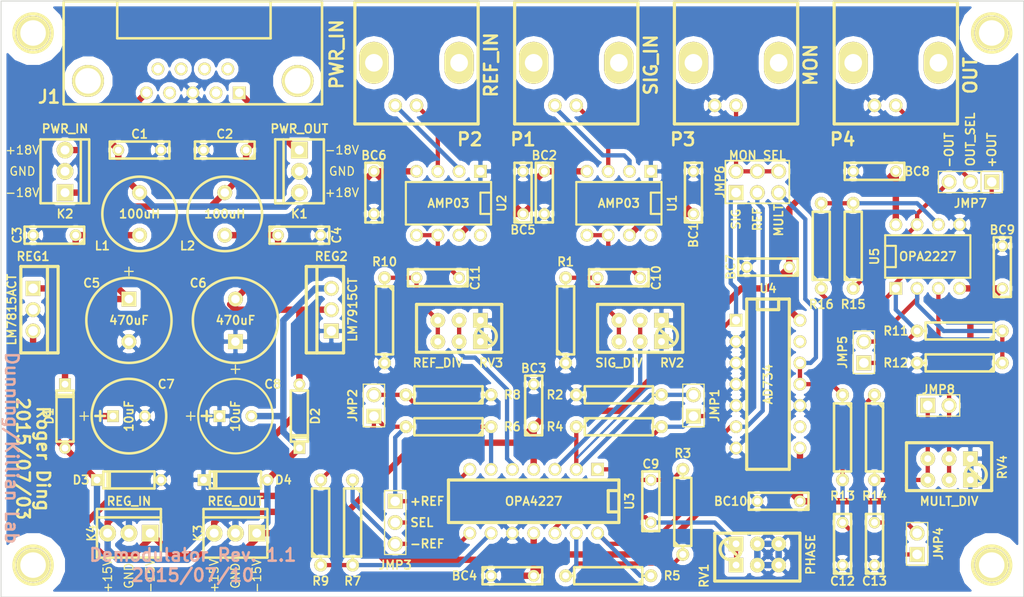
<source format=kicad_pcb>
(kicad_pcb (version 3) (host pcbnew "(2013-07-07 BZR 4022)-stable")
  (title_block (title Demodulator) (rev 1.1) (company "Rice University") (comment 1 "Dunning/Killian Lab") (comment 2 "Roger Ding"))
  (layers (15 F.Cu signal) (0 B.Cu signal) (18 B.Paste user) (19 F.Paste user) (20 B.SilkS user) (21 F.SilkS user) (22 B.Mask user) (23 F.Mask user) (28 Edge.Cuts user))
  (net 0 "")
  (net 1 +15V)
  (net 2 +18V)
  (net 3 +OUT)
  (net 4 +REF)
  (net 5 -15V)
  (net 6 -18V)
  (net 7 -OUT)
  (net 8 -REF)
  (net 9 GND)
  (net 10 MULT)
  (net 11 N-000001)
  (net 12 N-0000012)
  (net 13 N-0000016)
  (net 14 N-0000019)
  (net 15 N-000002)
  (net 16 N-0000020)
  (net 17 N-0000021)
  (net 18 N-0000022)
  (net 19 N-0000023)
  (net 20 N-0000025)
  (net 21 N-0000026)
  (net 22 N-0000027)
  (net 23 N-0000029)
  (net 24 N-000003)
  (net 25 N-0000030)
  (net 26 N-0000032)
  (net 27 N-0000034)
  (net 28 N-0000036)
  (net 29 N-0000037)
  (net 30 N-000004)
  (net 31 N-000006)
  (net 32 N-000007)
  (net 33 N-000008)
  (net 34 N-000009)
  (net 35 REF)
  (net 36 REF_SEL)
  (net 37 SIG)
  (module DIP-14__300 (layer F.Cu) (at 123.19 115.57 180)
    (fp_text reference U3 (at -11.43 0 270) (layer F.SilkS) (effects (font (size 1.016 1.016) (thickness 0.2032))))
    (fp_text value OPA4227 (at 0 0 180) (layer F.SilkS) (effects (font (size 1.016 1.016) (thickness 0.2032))))
    (pad 1 thru_hole rect (at -7.62 3.81 180) (size 1.524 1.524) (drill 0.9906) (layers *.Cu *.Mask F.SilkS) (net 37 SIG))
    (pad 2 thru_hole circle (at -5.08 3.81 180) (size 1.524 1.524) (drill 0.9906) (layers *.Cu *.Mask F.SilkS) (net 27 N-0000034))
    (pad 3 thru_hole circle (at -2.54 3.81 180) (size 1.524 1.524) (drill 0.9906) (layers *.Cu *.Mask F.SilkS) (net 24 N-000003))
    (pad 4 thru_hole circle (at 0 3.81 180) (size 1.524 1.524) (drill 0.9906) (layers *.Cu *.Mask F.SilkS) (net 1 +15V))
    (pad 5 thru_hole circle (at 2.54 3.81 180) (size 1.524 1.524) (drill 0.9906) (layers *.Cu *.Mask F.SilkS) (net 15 N-000002))
    (pad 6 thru_hole circle (at 5.08 3.81 180) (size 1.524 1.524) (drill 0.9906) (layers *.Cu *.Mask F.SilkS) (net 29 N-0000037))
    (pad 7 thru_hole circle (at 7.62 3.81 180) (size 1.524 1.524) (drill 0.9906) (layers *.Cu *.Mask F.SilkS) (net 4 +REF))
    (pad 8 thru_hole circle (at 7.62 -3.81 180) (size 1.524 1.524) (drill 0.9906) (layers *.Cu *.Mask F.SilkS) (net 8 -REF))
    (pad 9 thru_hole circle (at 5.08 -3.81 180) (size 1.524 1.524) (drill 0.9906) (layers *.Cu *.Mask F.SilkS) (net 34 N-000009))
    (pad 10 thru_hole circle (at 2.54 -3.81 180) (size 1.524 1.524) (drill 0.9906) (layers *.Cu *.Mask F.SilkS) (net 9 GND))
    (pad 11 thru_hole circle (at 0 -3.81 180) (size 1.524 1.524) (drill 0.9906) (layers *.Cu *.Mask F.SilkS) (net 5 -15V))
    (pad 12 thru_hole circle (at -2.54 -3.81 180) (size 1.524 1.524) (drill 0.9906) (layers *.Cu *.Mask F.SilkS) (net 33 N-000008))
    (pad 13 thru_hole circle (at -5.08 -3.81 180) (size 1.524 1.524) (drill 0.9906) (layers *.Cu *.Mask F.SilkS) (net 25 N-0000030))
    (pad 14 thru_hole circle (at -7.62 -3.81 180) (size 1.524 1.524) (drill 0.9906) (layers *.Cu *.Mask F.SilkS) (net 35 REF))
  )
  (module DIP-14__300 (layer F.Cu) (at 151.13 101.6 270)
    (fp_text reference U4 (at -11.43 0 360) (layer F.SilkS) (effects (font (size 1.016 1.016) (thickness 0.2032))))
    (fp_text value AD734 (at 0 0 270) (layer F.SilkS) (effects (font (size 1.016 1.016) (thickness 0.2032))))
    (pad 1 thru_hole rect (at -7.62 3.81 270) (size 1.524 1.524) (drill 0.9906) (layers *.Cu *.Mask F.SilkS) (net 37 SIG))
    (pad 2 thru_hole circle (at -5.08 3.81 270) (size 1.524 1.524) (drill 0.9906) (layers *.Cu *.Mask F.SilkS) (net 9 GND))
    (pad 3 thru_hole circle (at -2.54 3.81 270) (size 1.524 1.524) (drill 0.9906) (layers *.Cu *.Mask F.SilkS) (net 9 GND))
    (pad 4 thru_hole circle (at 0 3.81 270) (size 1.524 1.524) (drill 0.9906) (layers *.Cu *.Mask F.SilkS) (net 9 GND))
    (pad 5 thru_hole circle (at 2.54 3.81 270) (size 1.524 1.524) (drill 0.9906) (layers *.Cu *.Mask F.SilkS) (net 9 GND))
    (pad 6 thru_hole circle (at 5.08 3.81 270) (size 1.524 1.524) (drill 0.9906) (layers *.Cu *.Mask F.SilkS) (net 35 REF))
    (pad 7 thru_hole circle (at 7.62 3.81 270) (size 1.524 1.524) (drill 0.9906) (layers *.Cu *.Mask F.SilkS) (net 9 GND))
    (pad 8 thru_hole circle (at 7.62 -3.81 270) (size 1.524 1.524) (drill 0.9906) (layers *.Cu *.Mask F.SilkS) (net 5 -15V))
    (pad 9 thru_hole circle (at 5.08 -3.81 270) (size 1.524 1.524) (drill 0.9906) (layers *.Cu *.Mask F.SilkS))
    (pad 10 thru_hole circle (at 2.54 -3.81 270) (size 1.524 1.524) (drill 0.9906) (layers *.Cu *.Mask F.SilkS) (net 9 GND))
    (pad 11 thru_hole circle (at 0 -3.81 270) (size 1.524 1.524) (drill 0.9906) (layers *.Cu *.Mask F.SilkS) (net 10 MULT))
    (pad 12 thru_hole circle (at -2.54 -3.81 270) (size 1.524 1.524) (drill 0.9906) (layers *.Cu *.Mask F.SilkS) (net 10 MULT))
    (pad 13 thru_hole circle (at -5.08 -3.81 270) (size 1.524 1.524) (drill 0.9906) (layers *.Cu *.Mask F.SilkS))
    (pad 14 thru_hole circle (at -7.62 -3.81 270) (size 1.524 1.524) (drill 0.9906) (layers *.Cu *.Mask F.SilkS) (net 1 +15V))
  )
  (module DIP-8__300 (layer F.Cu) (at 170.18 86.36)
    (fp_text reference U5 (at -6.35 0 90) (layer F.SilkS) (effects (font (size 1.016 1.016) (thickness 0.2032))))
    (fp_text value OPA2227 (at 0 0) (layer F.SilkS) (effects (font (size 1.016 1.016) (thickness 0.2032))))
    (pad 1 thru_hole rect (at -3.81 3.81) (size 1.524 1.524) (drill 0.9906) (layers *.Cu *.Mask F.SilkS) (net 3 +OUT))
    (pad 2 thru_hole circle (at -1.27 3.81) (size 1.524 1.524) (drill 0.9906) (layers *.Cu *.Mask F.SilkS) (net 22 N-0000027))
    (pad 3 thru_hole circle (at 1.27 3.81) (size 1.524 1.524) (drill 0.9906) (layers *.Cu *.Mask F.SilkS) (net 21 N-0000026))
    (pad 4 thru_hole circle (at 3.81 3.81) (size 1.524 1.524) (drill 0.9906) (layers *.Cu *.Mask F.SilkS) (net 5 -15V))
    (pad 5 thru_hole circle (at 3.81 -3.81) (size 1.524 1.524) (drill 0.9906) (layers *.Cu *.Mask F.SilkS) (net 9 GND))
    (pad 6 thru_hole circle (at 1.27 -3.81) (size 1.524 1.524) (drill 0.9906) (layers *.Cu *.Mask F.SilkS) (net 12 N-0000012))
    (pad 7 thru_hole circle (at -1.27 -3.81) (size 1.524 1.524) (drill 0.9906) (layers *.Cu *.Mask F.SilkS) (net 7 -OUT))
    (pad 8 thru_hole circle (at -3.81 -3.81) (size 1.524 1.524) (drill 0.9906) (layers *.Cu *.Mask F.SilkS) (net 1 +15V))
  )
  (module DIP-8__300 (layer F.Cu) (at 133.35 80.01 180)
    (fp_text reference U1 (at -6.35 0 270) (layer F.SilkS) (effects (font (size 1.016 1.016) (thickness 0.2032))))
    (fp_text value AMP03 (at 0 0 180) (layer F.SilkS) (effects (font (size 1.016 1.016) (thickness 0.2032))))
    (pad 1 thru_hole rect (at -3.81 3.81 180) (size 1.524 1.524) (drill 0.9906) (layers *.Cu *.Mask F.SilkS) (net 9 GND))
    (pad 2 thru_hole circle (at -1.27 3.81 180) (size 1.524 1.524) (drill 0.9906) (layers *.Cu *.Mask F.SilkS) (net 30 N-000004))
    (pad 3 thru_hole circle (at 1.27 3.81 180) (size 1.524 1.524) (drill 0.9906) (layers *.Cu *.Mask F.SilkS) (net 32 N-000007))
    (pad 4 thru_hole circle (at 3.81 3.81 180) (size 1.524 1.524) (drill 0.9906) (layers *.Cu *.Mask F.SilkS) (net 5 -15V))
    (pad 5 thru_hole circle (at 3.81 -3.81 180) (size 1.524 1.524) (drill 0.9906) (layers *.Cu *.Mask F.SilkS) (net 11 N-000001))
    (pad 6 thru_hole circle (at 1.27 -3.81 180) (size 1.524 1.524) (drill 0.9906) (layers *.Cu *.Mask F.SilkS) (net 11 N-000001))
    (pad 7 thru_hole circle (at -1.27 -3.81 180) (size 1.524 1.524) (drill 0.9906) (layers *.Cu *.Mask F.SilkS) (net 1 +15V))
    (pad 8 thru_hole circle (at -3.81 -3.81 180) (size 1.524 1.524) (drill 0.9906) (layers *.Cu *.Mask F.SilkS))
  )
  (module DIP-8__300 (layer F.Cu) (at 113.03 80.01 180)
    (fp_text reference U2 (at -6.35 0 270) (layer F.SilkS) (effects (font (size 1.016 1.016) (thickness 0.2032))))
    (fp_text value AMP03 (at 0 0 180) (layer F.SilkS) (effects (font (size 1.016 1.016) (thickness 0.2032))))
    (pad 1 thru_hole rect (at -3.81 3.81 180) (size 1.524 1.524) (drill 0.9906) (layers *.Cu *.Mask F.SilkS) (net 9 GND))
    (pad 2 thru_hole circle (at -1.27 3.81 180) (size 1.524 1.524) (drill 0.9906) (layers *.Cu *.Mask F.SilkS) (net 16 N-0000020))
    (pad 3 thru_hole circle (at 1.27 3.81 180) (size 1.524 1.524) (drill 0.9906) (layers *.Cu *.Mask F.SilkS) (net 14 N-0000019))
    (pad 4 thru_hole circle (at 3.81 3.81 180) (size 1.524 1.524) (drill 0.9906) (layers *.Cu *.Mask F.SilkS) (net 5 -15V))
    (pad 5 thru_hole circle (at 3.81 -3.81 180) (size 1.524 1.524) (drill 0.9906) (layers *.Cu *.Mask F.SilkS) (net 31 N-000006))
    (pad 6 thru_hole circle (at 1.27 -3.81 180) (size 1.524 1.524) (drill 0.9906) (layers *.Cu *.Mask F.SilkS) (net 31 N-000006))
    (pad 7 thru_hole circle (at -1.27 -3.81 180) (size 1.524 1.524) (drill 0.9906) (layers *.Cu *.Mask F.SilkS) (net 1 +15V))
    (pad 8 thru_hole circle (at -3.81 -3.81 180) (size 1.524 1.524) (drill 0.9906) (layers *.Cu *.Mask F.SilkS))
  )
  (module Molex-3pin (layer F.Cu) (at 95.25 76.2 270)
    (fp_text reference K1 (at 5.08 0 360) (layer F.SilkS) (effects (font (size 1.016 1.016) (thickness 0.2032))))
    (fp_text value PWR_OUT (at -5.08 0 360) (layer F.SilkS) (effects (font (size 1.016 1.016) (thickness 0.2032))))
    (fp_text user +18V (at 2.54 -5.08 360) (layer F.SilkS) (effects (font (size 1.016 1.016) (thickness 0.1524))))
    (fp_text user GND (at 0 -5.08 360) (layer F.SilkS) (effects (font (size 1.016 1.016) (thickness 0.1524))))
    (fp_text user -18V (at -2.54 -5.08 360) (layer F.SilkS) (effects (font (size 1.016 1.016) (thickness 0.1524))))
    (pad 1 thru_hole rect (at -2.54 0 270) (size 2 2) (drill 1.0668) (layers *.Cu *.Mask F.SilkS) (net 6 -18V))
    (pad 2 thru_hole circle (at 0 0 270) (size 2 2) (drill 1.0668) (layers *.Cu *.Mask F.SilkS) (net 9 GND))
    (pad 3 thru_hole circle (at 2.54 0 270) (size 2 2) (drill 1.0668) (layers *.Cu *.Mask F.SilkS) (net 2 +18V))
  )
  (module Molex-3pin (layer F.Cu) (at 67.31 76.2 90)
    (fp_text reference K2 (at -5.08 0 180) (layer F.SilkS) (effects (font (size 1.016 1.016) (thickness 0.2032))))
    (fp_text value PWR_IN (at 5.08 0 180) (layer F.SilkS) (effects (font (size 1.016 1.016) (thickness 0.2032))))
    (fp_text user +18V (at 2.54 -5.08 180) (layer F.SilkS) (effects (font (size 1.016 1.016) (thickness 0.1524))))
    (fp_text user GND (at 0 -5.08 180) (layer F.SilkS) (effects (font (size 1.016 1.016) (thickness 0.1524))))
    (fp_text user -18V (at -2.54 -5.08 180) (layer F.SilkS) (effects (font (size 1.016 1.016) (thickness 0.1524))))
    (pad 1 thru_hole rect (at -2.54 0 90) (size 2 2) (drill 1.0668) (layers *.Cu *.Mask F.SilkS) (net 6 -18V))
    (pad 2 thru_hole circle (at 0 0 90) (size 2 2) (drill 1.0668) (layers *.Cu *.Mask F.SilkS) (net 9 GND))
    (pad 3 thru_hole circle (at 2.54 0 90) (size 2 2) (drill 1.0668) (layers *.Cu *.Mask F.SilkS) (net 2 +18V))
  )
  (module Molex-3pin (layer F.Cu) (at 74.93 119.38 180)
    (fp_text reference K4 (at 4.445 0 270) (layer F.SilkS) (effects (font (size 1.016 1.016) (thickness 0.2032))))
    (fp_text value REG_IN (at 0 3.81 180) (layer F.SilkS) (effects (font (size 1.016 1.016) (thickness 0.2032))))
    (fp_text user +15V (at 2.54 -5.08 270) (layer F.SilkS) (effects (font (size 1.016 1.016) (thickness 0.1524))))
    (fp_text user GND (at 0 -5.08 270) (layer F.SilkS) (effects (font (size 1.016 1.016) (thickness 0.1524))))
    (fp_text user -15V (at -2.54 -5.08 270) (layer F.SilkS) (effects (font (size 1.016 1.016) (thickness 0.1524))))
    (pad 1 thru_hole rect (at -2.54 0 180) (size 2 2) (drill 1.0668) (layers *.Cu *.Mask F.SilkS) (net 5 -15V))
    (pad 2 thru_hole circle (at 0 0 180) (size 2 2) (drill 1.0668) (layers *.Cu *.Mask F.SilkS) (net 9 GND))
    (pad 3 thru_hole circle (at 2.54 0 180) (size 2 2) (drill 1.0668) (layers *.Cu *.Mask F.SilkS) (net 1 +15V))
  )
  (module Molex-3pin (layer F.Cu) (at 87.63 119.38 180)
    (fp_text reference K3 (at 4.445 0 270) (layer F.SilkS) (effects (font (size 1.016 1.016) (thickness 0.2032))))
    (fp_text value REG_OUT (at 0 3.81 180) (layer F.SilkS) (effects (font (size 1.016 1.016) (thickness 0.2032))))
    (fp_text user +15V (at 2.54 -5.08 270) (layer F.SilkS) (effects (font (size 1.016 1.016) (thickness 0.1524))))
    (fp_text user GND (at 0 -5.08 270) (layer F.SilkS) (effects (font (size 1.016 1.016) (thickness 0.1524))))
    (fp_text user -15V (at -2.54 -5.08 270) (layer F.SilkS) (effects (font (size 1.016 1.016) (thickness 0.1524))))
    (pad 1 thru_hole rect (at -2.54 0 180) (size 2 2) (drill 1.0668) (layers *.Cu *.Mask F.SilkS) (net 5 -15V))
    (pad 2 thru_hole circle (at 0 0 180) (size 2 2) (drill 1.0668) (layers *.Cu *.Mask F.SilkS) (net 9 GND))
    (pad 3 thru_hole circle (at 2.54 0 180) (size 2 2) (drill 1.0668) (layers *.Cu *.Mask F.SilkS) (net 1 +15V))
  )
  (module POT93 (layer F.Cu) (at 114.3 93.98 270)
    (fp_text reference RV3 (at 5.08 -3.81 360) (layer F.SilkS) (effects (font (size 1.016 1.016) (thickness 0.2032))))
    (fp_text value REF_DIV (at 5.08 2.54 360) (layer F.SilkS) (effects (font (size 1.016 1.016) (thickness 0.2032))))
    (pad 2 thru_hole circle (at 0 0 270) (size 1.75 1.75) (drill 0.8128) (layers *.Cu *.Mask F.SilkS) (net 15 N-000002))
    (pad 1 thru_hole rect (at 0 -2.54 270) (size 1.75 1.75) (drill 0.8128) (layers *.Cu *.Mask F.SilkS) (net 9 GND))
    (pad 3 thru_hole circle (at 0 2.54 270) (size 1.75 1.75) (drill 0.8128) (layers *.Cu *.Mask F.SilkS) (net 19 N-0000023))
    (pad 1 thru_hole rect (at 2.54 -2.54 270) (size 1.75 1.75) (drill 0.8128) (layers *.Cu *.Mask F.SilkS) (net 9 GND))
    (pad 2 thru_hole circle (at 2.54 0 270) (size 1.75 1.75) (drill 0.8128) (layers *.Cu *.Mask F.SilkS) (net 15 N-000002))
    (pad 3 thru_hole circle (at 2.54 2.54 270) (size 1.75 1.75) (drill 0.8128) (layers *.Cu *.Mask F.SilkS) (net 19 N-0000023))
  )
  (module POT93 (layer F.Cu) (at 135.89 93.98 270)
    (fp_text reference RV2 (at 5.08 -3.81 360) (layer F.SilkS) (effects (font (size 1.016 1.016) (thickness 0.2032))))
    (fp_text value SIG_DIV (at 5.08 2.54 360) (layer F.SilkS) (effects (font (size 1.016 1.016) (thickness 0.2032))))
    (pad 2 thru_hole circle (at 0 0 270) (size 1.75 1.75) (drill 0.8128) (layers *.Cu *.Mask F.SilkS) (net 24 N-000003))
    (pad 1 thru_hole rect (at 0 -2.54 270) (size 1.75 1.75) (drill 0.8128) (layers *.Cu *.Mask F.SilkS) (net 9 GND))
    (pad 3 thru_hole circle (at 0 2.54 270) (size 1.75 1.75) (drill 0.8128) (layers *.Cu *.Mask F.SilkS) (net 18 N-0000022))
    (pad 1 thru_hole rect (at 2.54 -2.54 270) (size 1.75 1.75) (drill 0.8128) (layers *.Cu *.Mask F.SilkS) (net 9 GND))
    (pad 2 thru_hole circle (at 2.54 0 270) (size 1.75 1.75) (drill 0.8128) (layers *.Cu *.Mask F.SilkS) (net 24 N-000003))
    (pad 3 thru_hole circle (at 2.54 2.54 270) (size 1.75 1.75) (drill 0.8128) (layers *.Cu *.Mask F.SilkS) (net 18 N-0000022))
  )
  (module POT93 (layer F.Cu) (at 172.72 110.49 270)
    (fp_text reference RV4 (at 1.016 -6.35 270) (layer F.SilkS) (effects (font (size 1.016 1.016) (thickness 0.2032))))
    (fp_text value MULT_DIV (at 5.08 0 360) (layer F.SilkS) (effects (font (size 1.016 1.016) (thickness 0.2032))))
    (pad 2 thru_hole circle (at 0 0 270) (size 1.75 1.75) (drill 0.8128) (layers *.Cu *.Mask F.SilkS) (net 21 N-0000026))
    (pad 1 thru_hole rect (at 0 -2.54 270) (size 1.75 1.75) (drill 0.8128) (layers *.Cu *.Mask F.SilkS) (net 9 GND))
    (pad 3 thru_hole circle (at 0 2.54 270) (size 1.75 1.75) (drill 0.8128) (layers *.Cu *.Mask F.SilkS) (net 26 N-0000032))
    (pad 1 thru_hole rect (at 2.54 -2.54 270) (size 1.75 1.75) (drill 0.8128) (layers *.Cu *.Mask F.SilkS) (net 9 GND))
    (pad 2 thru_hole circle (at 2.54 0 270) (size 1.75 1.75) (drill 0.8128) (layers *.Cu *.Mask F.SilkS) (net 21 N-0000026))
    (pad 3 thru_hole circle (at 2.54 2.54 270) (size 1.75 1.75) (drill 0.8128) (layers *.Cu *.Mask F.SilkS) (net 26 N-0000032))
  )
  (module POT93 (layer F.Cu) (at 149.86 123.19 90)
    (fp_text reference RV1 (at -1.27 -6.35 90) (layer F.SilkS) (effects (font (size 1.016 1.016) (thickness 0.2032))))
    (fp_text value PHASE (at 1.27 6.35 90) (layer F.SilkS) (effects (font (size 1.016 1.016) (thickness 0.2032))))
    (pad 2 thru_hole circle (at 0 0 90) (size 1.75 1.75) (drill 0.8128) (layers *.Cu *.Mask F.SilkS) (net 9 GND))
    (pad 1 thru_hole rect (at 0 -2.54 90) (size 1.75 1.75) (drill 0.8128) (layers *.Cu *.Mask F.SilkS) (net 33 N-000008))
    (pad 3 thru_hole circle (at 0 2.54 90) (size 1.75 1.75) (drill 0.8128) (layers *.Cu *.Mask F.SilkS) (net 9 GND))
    (pad 1 thru_hole rect (at 2.54 -2.54 90) (size 1.75 1.75) (drill 0.8128) (layers *.Cu *.Mask F.SilkS) (net 33 N-000008))
    (pad 2 thru_hole circle (at 2.54 0 90) (size 1.75 1.75) (drill 0.8128) (layers *.Cu *.Mask F.SilkS) (net 9 GND))
    (pad 3 thru_hole circle (at 2.54 2.54 90) (size 1.75 1.75) (drill 0.8128) (layers *.Cu *.Mask F.SilkS) (net 9 GND))
  )
  (module LM79xx-TO220 (layer F.Cu) (at 99.06 92.71 180)
    (fp_text reference REG2 (at 0 6.35 180) (layer F.SilkS) (effects (font (size 1.016 1.016) (thickness 0.2032))))
    (fp_text value LM7915CT (at -2.54 0 270) (layer F.SilkS) (effects (font (size 1.016 1.016) (thickness 0.2032))))
    (pad 1 thru_hole rect (at 0 -2.54 180) (size 1.778 1.778) (drill 1.143) (layers *.Cu *.Mask F.SilkS) (net 9 GND))
    (pad 2 thru_hole circle (at 0 0 180) (size 1.778 1.778) (drill 1.143) (layers *.Cu *.Mask F.SilkS) (net 17 N-0000021))
    (pad 3 thru_hole circle (at 0 2.54 180) (size 1.778 1.778) (drill 1.143) (layers *.Cu *.Mask F.SilkS) (net 5 -15V))
  )
  (module LM78xx-TO220 (layer F.Cu) (at 63.5 92.71)
    (fp_text reference REG1 (at 0 -6.35) (layer F.SilkS) (effects (font (size 1.016 1.016) (thickness 0.2032))))
    (fp_text value LM7815ACT (at -2.54 0 90) (layer F.SilkS) (effects (font (size 1.016 1.016) (thickness 0.2032))))
    (pad 1 thru_hole rect (at 0 -2.54) (size 1.778 1.778) (drill 1.143) (layers *.Cu *.Mask F.SilkS) (net 13 N-0000016))
    (pad 2 thru_hole circle (at 0 0) (size 1.778 1.778) (drill 1.143) (layers *.Cu *.Mask F.SilkS) (net 9 GND))
    (pad 3 thru_hole circle (at 0 2.54) (size 1.778 1.778) (drill 1.143) (layers *.Cu *.Mask F.SilkS) (net 1 +15V))
  )
  (module pin_array_3x2 (layer F.Cu) (at 149.86 77.47)
    (fp_text reference JMP6 (at -4.445 0 90) (layer F.SilkS) (effects (font (size 1.016 1.016) (thickness 0.2032))))
    (fp_text value DIL6 hide)
    (fp_text user MON_SEL (at 0 -3.175) (layer F.SilkS) (effects (font (size 1.016 1.016) (thickness 0.2032))))
    (fp_text user MULT (at 2.54 4.572 90) (layer F.SilkS) (effects (font (size 1.016 1.016) (thickness 0.2032))))
    (fp_text user REF (at 0 4.445 90) (layer F.SilkS) (effects (font (size 1.016 1.016) (thickness 0.2032))))
    (fp_text user SIG (at -2.54 4.445 90) (layer F.SilkS) (effects (font (size 1.016 1.016) (thickness 0.2032))))
    (pad 1 thru_hole rect (at -2.54 1.27) (size 1.778 1.778) (drill 1.143) (layers *.Cu *.Mask F.SilkS) (net 37 SIG))
    (pad 6 thru_hole circle (at -2.54 -1.27) (size 1.778 1.778) (drill 1.143) (layers *.Cu *.Mask F.SilkS) (net 28 N-0000036))
    (pad 2 thru_hole circle (at 0 1.27) (size 1.778 1.778) (drill 1.143) (layers *.Cu *.Mask F.SilkS) (net 35 REF))
    (pad 5 thru_hole circle (at 0 -1.27) (size 1.778 1.778) (drill 1.143) (layers *.Cu *.Mask F.SilkS) (net 28 N-0000036))
    (pad 3 thru_hole circle (at 2.54 1.27) (size 1.778 1.778) (drill 1.143) (layers *.Cu *.Mask F.SilkS) (net 10 MULT))
    (pad 4 thru_hole circle (at 2.54 -1.27) (size 1.778 1.778) (drill 1.143) (layers *.Cu *.Mask F.SilkS) (net 28 N-0000036))
  )
  (module PIN_ARRAY_2X1 (layer F.Cu) (at 171.45 104.14)
    (fp_text reference JMP8 (at 0 -1.905) (layer F.SilkS) (effects (font (size 1.016 1.016) (thickness 0.2032))))
    (fp_text value BYPASS hide)
    (pad 1 thru_hole rect (at -1.27 0) (size 1.778 1.778) (drill 1.143) (layers *.Cu *.Mask F.SilkS) (net 26 N-0000032))
    (pad 2 thru_hole circle (at 1.27 0) (size 1.778 1.778) (drill 1.143) (layers *.Cu *.Mask F.SilkS) (net 21 N-0000026))
  )
  (module PIN_ARRAY_3X1 (layer F.Cu) (at 175.26 77.47 180)
    (fp_text reference JMP7 (at 0 -2.54 180) (layer F.SilkS) (effects (font (size 1.016 1.016) (thickness 0.2032))))
    (fp_text value OUT_INV hide)
    (fp_text user +OUT (at -2.54 3.81 270) (layer F.SilkS) (effects (font (size 1.016 1.016) (thickness 0.2032))))
    (fp_text user -OUT (at 2.54 3.81 270) (layer F.SilkS) (effects (font (size 1.016 1.016) (thickness 0.2032))))
    (fp_text user OUT_SEL (at 0 5.08 270) (layer F.SilkS) (effects (font (size 1.016 1.016) (thickness 0.2032))))
    (pad 1 thru_hole rect (at -2.54 0 180) (size 1.778 1.778) (drill 1.143) (layers *.Cu *.Mask F.SilkS) (net 3 +OUT))
    (pad 2 thru_hole circle (at 0 0 180) (size 1.778 1.778) (drill 1.143) (layers *.Cu *.Mask F.SilkS) (net 20 N-0000025))
    (pad 3 thru_hole circle (at 2.54 0 180) (size 1.778 1.778) (drill 1.143) (layers *.Cu *.Mask F.SilkS) (net 7 -OUT))
  )
  (module CP1 (layer F.Cu) (at 87.63 93.98 90)
    (fp_text reference C6 (at 4.445 -4.445 180) (layer F.SilkS) (effects (font (size 1.016 1.016) (thickness 0.2032))))
    (fp_text value 470uF (at 0 0 180) (layer F.SilkS) (effects (font (size 1.016 1.016) (thickness 0.2032))))
    (pad 1 thru_hole rect (at -2.54 0 90) (size 1.778 1.778) (drill 1.016) (layers *.Cu *.Mask F.SilkS) (net 9 GND))
    (pad 2 thru_hole circle (at 2.54 0 90) (size 1.778 1.778) (drill 1.016) (layers *.Cu *.Mask F.SilkS) (net 17 N-0000021))
  )
  (module CP1 (layer F.Cu) (at 74.93 93.98 270)
    (fp_text reference C5 (at -4.445 4.445 360) (layer F.SilkS) (effects (font (size 1.016 1.016) (thickness 0.2032))))
    (fp_text value 470uF (at 0 0 360) (layer F.SilkS) (effects (font (size 1.016 1.016) (thickness 0.2032))))
    (pad 1 thru_hole rect (at -2.54 0 270) (size 1.778 1.778) (drill 1.016) (layers *.Cu *.Mask F.SilkS) (net 13 N-0000016))
    (pad 2 thru_hole circle (at 2.54 0 270) (size 1.778 1.778) (drill 1.016) (layers *.Cu *.Mask F.SilkS) (net 9 GND))
  )
  (module C1.5V8V (layer F.Cu) (at 87.63 105.41)
    (fp_text reference C8 (at 4.445 -3.81) (layer F.SilkS) (effects (font (size 1.016 1.016) (thickness 0.2032))))
    (fp_text value 10uF (at 0 0 90) (layer F.SilkS) (effects (font (size 1.016 1.016) (thickness 0.2032))))
    (fp_text user + (at -3.429 -0.127) (layer F.SilkS) (effects (font (size 1.524 1.524) (thickness 0.3048))))
    (pad 1 thru_hole rect (at -1.905 0) (size 1.397 1.397) (drill 0.8128) (layers *.Cu *.Mask F.SilkS) (net 9 GND))
    (pad 2 thru_hole circle (at 1.905 0) (size 1.397 1.397) (drill 0.8128) (layers *.Cu *.Mask F.SilkS) (net 5 -15V))
  )
  (module C1.5V8V (layer F.Cu) (at 74.93 105.41)
    (fp_text reference C7 (at 4.445 -3.81) (layer F.SilkS) (effects (font (size 1.016 1.016) (thickness 0.2032))))
    (fp_text value 10uF (at 0 0 90) (layer F.SilkS) (effects (font (size 1.016 1.016) (thickness 0.2032))))
    (fp_text user + (at -3.429 -0.127) (layer F.SilkS) (effects (font (size 1.524 1.524) (thickness 0.3048))))
    (pad 1 thru_hole rect (at -1.905 0) (size 1.397 1.397) (drill 0.8128) (layers *.Cu *.Mask F.SilkS) (net 1 +15V))
    (pad 2 thru_hole circle (at 1.905 0) (size 1.397 1.397) (drill 0.8128) (layers *.Cu *.Mask F.SilkS) (net 9 GND))
  )
  (module PIN_ARRAY_3X1 (layer F.Cu) (at 106.68 118.11 270)
    (fp_text reference JMP3 (at 5.08 0 360) (layer F.SilkS) (effects (font (size 1.016 1.016) (thickness 0.2032))))
    (fp_text value REF_INV hide)
    (fp_text user SEL (at 0 -3.175 360) (layer F.SilkS) (effects (font (size 1.016 1.016) (thickness 0.2032))))
    (fp_text user +REF (at -2.54 -3.81 360) (layer F.SilkS) (effects (font (size 1.016 1.016) (thickness 0.2032))))
    (fp_text user -REF (at 2.54 -3.81 360) (layer F.SilkS) (effects (font (size 1.016 1.016) (thickness 0.2032))))
    (pad 1 thru_hole rect (at -2.54 0 270) (size 1.778 1.778) (drill 1.143) (layers *.Cu *.Mask F.SilkS) (net 4 +REF))
    (pad 2 thru_hole circle (at 0 0 270) (size 1.778 1.778) (drill 1.143) (layers *.Cu *.Mask F.SilkS) (net 36 REF_SEL))
    (pad 3 thru_hole circle (at 2.54 0 270) (size 1.778 1.778) (drill 1.143) (layers *.Cu *.Mask F.SilkS) (net 8 -REF))
  )
  (module PIN_ARRAY_2X1 (layer F.Cu) (at 168.91 120.65 90)
    (fp_text reference JMP4 (at 0 2.54 90) (layer F.SilkS) (effects (font (size 1.016 1.016) (thickness 0.2032))))
    (fp_text value BYPASS hide)
    (pad 1 thru_hole rect (at -1.27 0 90) (size 1.778 1.778) (drill 1.143) (layers *.Cu *.Mask F.SilkS) (net 23 N-0000029))
    (pad 2 thru_hole circle (at 1.27 0 90) (size 1.778 1.778) (drill 1.143) (layers *.Cu *.Mask F.SilkS) (net 26 N-0000032))
  )
  (module PIN_ARRAY_2X1 (layer F.Cu) (at 162.56 97.79 90)
    (fp_text reference JMP5 (at 0 -2.54 90) (layer F.SilkS) (effects (font (size 1.016 1.016) (thickness 0.2032))))
    (fp_text value BYPASS hide)
    (pad 1 thru_hole rect (at -1.27 0 90) (size 1.778 1.778) (drill 1.143) (layers *.Cu *.Mask F.SilkS) (net 3 +OUT))
    (pad 2 thru_hole circle (at 1.27 0 90) (size 1.778 1.778) (drill 1.143) (layers *.Cu *.Mask F.SilkS) (net 22 N-0000027))
  )
  (module PIN_ARRAY_2X1 (layer F.Cu) (at 142.24 104.14 90)
    (fp_text reference JMP1 (at 0 2.54 90) (layer F.SilkS) (effects (font (size 1.016 1.016) (thickness 0.2032))))
    (fp_text value BYPASS hide)
    (pad 1 thru_hole rect (at -1.27 0 90) (size 1.778 1.778) (drill 1.143) (layers *.Cu *.Mask F.SilkS) (net 37 SIG))
    (pad 2 thru_hole circle (at 1.27 0 90) (size 1.778 1.778) (drill 1.143) (layers *.Cu *.Mask F.SilkS) (net 27 N-0000034))
  )
  (module PIN_ARRAY_2X1 (layer F.Cu) (at 104.14 104.14 90)
    (fp_text reference JMP2 (at 0 -2.54 90) (layer F.SilkS) (effects (font (size 1.016 1.016) (thickness 0.2032))))
    (fp_text value BYPASS hide)
    (pad 1 thru_hole rect (at -1.27 0 90) (size 1.778 1.778) (drill 1.143) (layers *.Cu *.Mask F.SilkS) (net 4 +REF))
    (pad 2 thru_hole circle (at 1.27 0 90) (size 1.778 1.778) (drill 1.143) (layers *.Cu *.Mask F.SilkS) (net 29 N-0000037))
  )
  (module BNC-L-Overhang (layer F.Cu) (at 128.27 63.246)
    (fp_text reference P1 (at -6.35 9.144) (layer F.SilkS) (effects (font (size 1.524 1.524) (thickness 0.3048))))
    (fp_text value SIG_IN (at 8.89 0.254 90) (layer F.SilkS) (effects (font (size 1.524 1.524) (thickness 0.3048))))
    (pad 3 thru_hole oval (at -5.08 0) (size 3.50012 5.00126) (drill 2.1) (layers *.Cu *.Mask F.SilkS) (clearance 0.635))
    (pad 3 thru_hole oval (at 5.08 0) (size 3.50012 5.00126) (drill 2.1) (layers *.Cu *.Mask F.SilkS) (clearance 0.635))
    (pad 1 thru_hole circle (at 0 5.08) (size 1.6002 1.6002) (drill 1) (layers *.Cu *.Mask F.SilkS) (net 32 N-000007))
    (pad 2 thru_hole circle (at -2.54 5.08) (size 1.6002 1.6002) (drill 1) (layers *.Cu *.Mask F.SilkS) (net 30 N-000004))
  )
  (module DB9M-L-Overhang (layer F.Cu) (at 82.55 65.405)
    (fp_text reference J1 (at -17.145 1.905) (layer F.SilkS) (effects (font (size 1.524 1.524) (thickness 0.3048))))
    (fp_text value PWR_IN (at 17.145 -3.175 90) (layer F.SilkS) (effects (font (size 1.524 1.524) (thickness 0.3048))))
    (pad "" thru_hole circle (at 12.4968 0) (size 3.81 3.81) (drill 3.048) (layers *.Cu *.Mask F.SilkS) (clearance 1.016))
    (pad "" thru_hole circle (at -12.4968 0) (size 3.81 3.81) (drill 3.048) (layers *.Cu *.Mask F.SilkS) (clearance 1.016))
    (pad 1 thru_hole rect (at 5.5372 1.4224) (size 1.524 1.524) (drill 1.016) (layers *.Cu *.Mask F.SilkS) (net 6 -18V))
    (pad 2 thru_hole circle (at 2.7686 1.4224) (size 1.524 1.524) (drill 1.016) (layers *.Cu *.Mask F.SilkS))
    (pad 3 thru_hole circle (at 0 1.4224) (size 1.524 1.524) (drill 1.016) (layers *.Cu *.Mask F.SilkS) (net 9 GND))
    (pad 4 thru_hole circle (at -2.7686 1.4224) (size 1.524 1.524) (drill 1.016) (layers *.Cu *.Mask F.SilkS))
    (pad 5 thru_hole circle (at -5.5372 1.4224) (size 1.524 1.524) (drill 1.016) (layers *.Cu *.Mask F.SilkS) (net 2 +18V))
    (pad 9 thru_hole circle (at -4.1656 -1.4224) (size 1.524 1.524) (drill 1.016) (layers *.Cu *.Mask F.SilkS))
    (pad 8 thru_hole circle (at -1.397 -1.4224) (size 1.524 1.524) (drill 1.016) (layers *.Cu *.Mask F.SilkS))
    (pad 7 thru_hole circle (at 1.397 -1.4224) (size 1.524 1.524) (drill 1.016) (layers *.Cu *.Mask F.SilkS))
    (pad 6 thru_hole circle (at 4.1656 -1.4224) (size 1.524 1.524) (drill 1.016) (layers *.Cu *.Mask F.SilkS))
  )
  (module R4 (layer F.Cu) (at 127 93.98 90)
    (fp_text reference R1 (at 6.985 0 180) (layer F.SilkS) (effects (font (size 1.016 1.016) (thickness 0.2032))))
    (fp_text value R hide)
    (pad 1 thru_hole circle (at -5.08 0 90) (size 1.524 1.524) (drill 0.8128) (layers *.Cu *.Mask F.SilkS) (net 9 GND))
    (pad 2 thru_hole circle (at 5.08 0 90) (size 1.524 1.524) (drill 0.8128) (layers *.Cu *.Mask F.SilkS) (net 18 N-0000022))
  )
  (module R4 (layer F.Cu) (at 113.03 102.87 180)
    (fp_text reference R8 (at -7.62 0 180) (layer F.SilkS) (effects (font (size 1.016 1.016) (thickness 0.2032))))
    (fp_text value R hide)
    (pad 1 thru_hole circle (at -5.08 0 180) (size 1.524 1.524) (drill 0.8128) (layers *.Cu *.Mask F.SilkS) (net 9 GND))
    (pad 2 thru_hole circle (at 5.08 0 180) (size 1.524 1.524) (drill 0.8128) (layers *.Cu *.Mask F.SilkS) (net 29 N-0000037))
  )
  (module R4 (layer F.Cu) (at 113.03 106.68 180)
    (fp_text reference R6 (at -7.62 0 180) (layer F.SilkS) (effects (font (size 1.016 1.016) (thickness 0.2032))))
    (fp_text value R hide)
    (pad 1 thru_hole circle (at -5.08 0 180) (size 1.524 1.524) (drill 0.8128) (layers *.Cu *.Mask F.SilkS) (net 29 N-0000037))
    (pad 2 thru_hole circle (at 5.08 0 180) (size 1.524 1.524) (drill 0.8128) (layers *.Cu *.Mask F.SilkS) (net 4 +REF))
  )
  (module R4 (layer F.Cu) (at 105.41 93.98 270)
    (fp_text reference R10 (at -6.985 0 360) (layer F.SilkS) (effects (font (size 1.016 1.016) (thickness 0.2032))))
    (fp_text value R hide)
    (pad 1 thru_hole circle (at -5.08 0 270) (size 1.524 1.524) (drill 0.8128) (layers *.Cu *.Mask F.SilkS) (net 19 N-0000023))
    (pad 2 thru_hole circle (at 5.08 0 270) (size 1.524 1.524) (drill 0.8128) (layers *.Cu *.Mask F.SilkS) (net 9 GND))
  )
  (module R4 (layer F.Cu) (at 133.35 106.68)
    (fp_text reference R4 (at -7.62 0) (layer F.SilkS) (effects (font (size 1.016 1.016) (thickness 0.2032))))
    (fp_text value R hide)
    (pad 1 thru_hole circle (at -5.08 0) (size 1.524 1.524) (drill 0.8128) (layers *.Cu *.Mask F.SilkS) (net 27 N-0000034))
    (pad 2 thru_hole circle (at 5.08 0) (size 1.524 1.524) (drill 0.8128) (layers *.Cu *.Mask F.SilkS) (net 37 SIG))
  )
  (module R4 (layer F.Cu) (at 101.6 118.11 270)
    (fp_text reference R7 (at 6.985 0 360) (layer F.SilkS) (effects (font (size 1.016 1.016) (thickness 0.2032))))
    (fp_text value 50k hide)
    (pad 1 thru_hole circle (at -5.08 0 270) (size 1.524 1.524) (drill 0.8128) (layers *.Cu *.Mask F.SilkS) (net 8 -REF))
    (pad 2 thru_hole circle (at 5.08 0 270) (size 1.524 1.524) (drill 0.8128) (layers *.Cu *.Mask F.SilkS) (net 34 N-000009))
  )
  (module R4 (layer F.Cu) (at 97.79 118.11 90)
    (fp_text reference R9 (at -6.985 0 180) (layer F.SilkS) (effects (font (size 1.016 1.016) (thickness 0.2032))))
    (fp_text value 50k hide)
    (pad 1 thru_hole circle (at -5.08 0 90) (size 1.524 1.524) (drill 0.8128) (layers *.Cu *.Mask F.SilkS) (net 34 N-000009))
    (pad 2 thru_hole circle (at 5.08 0 90) (size 1.524 1.524) (drill 0.8128) (layers *.Cu *.Mask F.SilkS) (net 4 +REF))
  )
  (module R4 (layer F.Cu) (at 132.08 124.46 180)
    (fp_text reference R5 (at -7.62 0 180) (layer F.SilkS) (effects (font (size 1.016 1.016) (thickness 0.2032))))
    (fp_text value R hide)
    (pad 1 thru_hole circle (at -5.08 0 180) (size 1.524 1.524) (drill 0.8128) (layers *.Cu *.Mask F.SilkS) (net 35 REF))
    (pad 2 thru_hole circle (at 5.08 0 180) (size 1.524 1.524) (drill 0.8128) (layers *.Cu *.Mask F.SilkS) (net 25 N-0000030))
  )
  (module R4 (layer F.Cu) (at 140.97 116.84 90)
    (fp_text reference R3 (at 6.985 0 180) (layer F.SilkS) (effects (font (size 1.016 1.016) (thickness 0.2032))))
    (fp_text value R hide)
    (pad 1 thru_hole circle (at -5.08 0 90) (size 1.524 1.524) (drill 0.8128) (layers *.Cu *.Mask F.SilkS) (net 25 N-0000030))
    (pad 2 thru_hole circle (at 5.08 0 90) (size 1.524 1.524) (drill 0.8128) (layers *.Cu *.Mask F.SilkS) (net 36 REF_SEL))
  )
  (module R4 (layer F.Cu) (at 133.35 102.87 180)
    (fp_text reference R2 (at 7.62 0 180) (layer F.SilkS) (effects (font (size 1.016 1.016) (thickness 0.2032))))
    (fp_text value R hide)
    (pad 1 thru_hole circle (at -5.08 0 180) (size 1.524 1.524) (drill 0.8128) (layers *.Cu *.Mask F.SilkS) (net 27 N-0000034))
    (pad 2 thru_hole circle (at 5.08 0 180) (size 1.524 1.524) (drill 0.8128) (layers *.Cu *.Mask F.SilkS) (net 9 GND))
  )
  (module R4 (layer F.Cu) (at 160.02 107.95 270)
    (fp_text reference R13 (at 6.985 0 360) (layer F.SilkS) (effects (font (size 1.016 1.016) (thickness 0.2032))))
    (fp_text value R hide)
    (pad 1 thru_hole circle (at -5.08 0 270) (size 1.524 1.524) (drill 0.8128) (layers *.Cu *.Mask F.SilkS) (net 10 MULT))
    (pad 2 thru_hole circle (at 5.08 0 270) (size 1.524 1.524) (drill 0.8128) (layers *.Cu *.Mask F.SilkS) (net 23 N-0000029))
  )
  (module R4 (layer F.Cu) (at 163.83 107.95 270)
    (fp_text reference R14 (at 6.985 0 360) (layer F.SilkS) (effects (font (size 1.016 1.016) (thickness 0.2032))))
    (fp_text value R hide)
    (pad 1 thru_hole circle (at -5.08 0 270) (size 1.524 1.524) (drill 0.8128) (layers *.Cu *.Mask F.SilkS) (net 23 N-0000029))
    (pad 2 thru_hole circle (at 5.08 0 270) (size 1.524 1.524) (drill 0.8128) (layers *.Cu *.Mask F.SilkS) (net 26 N-0000032))
  )
  (module R4 (layer F.Cu) (at 173.99 95.25 180)
    (fp_text reference R11 (at 7.62 0 180) (layer F.SilkS) (effects (font (size 1.016 1.016) (thickness 0.2032))))
    (fp_text value R hide)
    (pad 1 thru_hole circle (at -5.08 0 180) (size 1.524 1.524) (drill 0.8128) (layers *.Cu *.Mask F.SilkS) (net 22 N-0000027))
    (pad 2 thru_hole circle (at 5.08 0 180) (size 1.524 1.524) (drill 0.8128) (layers *.Cu *.Mask F.SilkS) (net 3 +OUT))
  )
  (module R4 (layer F.Cu) (at 173.99 99.06 180)
    (fp_text reference R12 (at 7.62 0 180) (layer F.SilkS) (effects (font (size 1.016 1.016) (thickness 0.2032))))
    (fp_text value R hide)
    (pad 1 thru_hole circle (at -5.08 0 180) (size 1.524 1.524) (drill 0.8128) (layers *.Cu *.Mask F.SilkS) (net 22 N-0000027))
    (pad 2 thru_hole circle (at 5.08 0 180) (size 1.524 1.524) (drill 0.8128) (layers *.Cu *.Mask F.SilkS) (net 9 GND))
  )
  (module C2 (layer F.Cu) (at 133.35 88.9 180)
    (fp_text reference C10 (at -4.445 0 270) (layer F.SilkS) (effects (font (size 1.016 1.016) (thickness 0.2032))))
    (fp_text value C hide)
    (pad 1 thru_hole circle (at -2.54 0 180) (size 1.397 1.397) (drill 0.8128) (layers *.Cu *.Mask F.SilkS) (net 11 N-000001))
    (pad 2 thru_hole circle (at 2.54 0 180) (size 1.397 1.397) (drill 0.8128) (layers *.Cu *.Mask F.SilkS) (net 18 N-0000022))
  )
  (module C2 (layer F.Cu) (at 76.2 73.66)
    (fp_text reference C1 (at 0 -1.905) (layer F.SilkS) (effects (font (size 1.016 1.016) (thickness 0.2032))))
    (fp_text value 100nF hide)
    (pad 1 thru_hole circle (at -2.54 0) (size 1.397 1.397) (drill 0.8128) (layers *.Cu *.Mask F.SilkS) (net 2 +18V))
    (pad 2 thru_hole circle (at 2.54 0) (size 1.397 1.397) (drill 0.8128) (layers *.Cu *.Mask F.SilkS) (net 9 GND))
  )
  (module C2 (layer F.Cu) (at 86.36 73.66 180)
    (fp_text reference C2 (at 0 1.905 180) (layer F.SilkS) (effects (font (size 1.016 1.016) (thickness 0.2032))))
    (fp_text value 100nF hide)
    (pad 1 thru_hole circle (at -2.54 0 180) (size 1.397 1.397) (drill 0.8128) (layers *.Cu *.Mask F.SilkS) (net 6 -18V))
    (pad 2 thru_hole circle (at 2.54 0 180) (size 1.397 1.397) (drill 0.8128) (layers *.Cu *.Mask F.SilkS) (net 9 GND))
  )
  (module C2 (layer F.Cu) (at 179.07 87.63 90)
    (fp_text reference BC9 (at 4.445 0 180) (layer F.SilkS) (effects (font (size 1.016 1.016) (thickness 0.2032))))
    (fp_text value 0.1uF hide)
    (pad 1 thru_hole circle (at -2.54 0 90) (size 1.397 1.397) (drill 0.8128) (layers *.Cu *.Mask F.SilkS) (net 5 -15V))
    (pad 2 thru_hole circle (at 2.54 0 90) (size 1.397 1.397) (drill 0.8128) (layers *.Cu *.Mask F.SilkS) (net 9 GND))
  )
  (module C2 (layer F.Cu) (at 163.83 76.2 180)
    (fp_text reference BC8 (at -5.08 0 180) (layer F.SilkS) (effects (font (size 1.016 1.016) (thickness 0.2032))))
    (fp_text value 0.1uF hide)
    (pad 1 thru_hole circle (at -2.54 0 180) (size 1.397 1.397) (drill 0.8128) (layers *.Cu *.Mask F.SilkS) (net 1 +15V))
    (pad 2 thru_hole circle (at 2.54 0 180) (size 1.397 1.397) (drill 0.8128) (layers *.Cu *.Mask F.SilkS) (net 9 GND))
  )
  (module C2 (layer F.Cu) (at 66.04 83.82 180)
    (fp_text reference C3 (at 4.445 0 270) (layer F.SilkS) (effects (font (size 1.016 1.016) (thickness 0.2032))))
    (fp_text value 100nF hide)
    (pad 1 thru_hole circle (at -2.54 0 180) (size 1.397 1.397) (drill 0.8128) (layers *.Cu *.Mask F.SilkS) (net 13 N-0000016))
    (pad 2 thru_hole circle (at 2.54 0 180) (size 1.397 1.397) (drill 0.8128) (layers *.Cu *.Mask F.SilkS) (net 9 GND))
  )
  (module C2 (layer F.Cu) (at 95.25 83.82)
    (fp_text reference C4 (at 4.445 0 90) (layer F.SilkS) (effects (font (size 1.016 1.016) (thickness 0.2032))))
    (fp_text value 100nF hide)
    (pad 1 thru_hole circle (at -2.54 0) (size 1.397 1.397) (drill 0.8128) (layers *.Cu *.Mask F.SilkS) (net 17 N-0000021))
    (pad 2 thru_hole circle (at 2.54 0) (size 1.397 1.397) (drill 0.8128) (layers *.Cu *.Mask F.SilkS) (net 9 GND))
  )
  (module C2 (layer F.Cu) (at 163.83 120.65 90)
    (fp_text reference C13 (at -4.445 0 180) (layer F.SilkS) (effects (font (size 1.016 1.016) (thickness 0.2032))))
    (fp_text value C hide)
    (pad 1 thru_hole circle (at -2.54 0 90) (size 1.397 1.397) (drill 0.8128) (layers *.Cu *.Mask F.SilkS) (net 9 GND))
    (pad 2 thru_hole circle (at 2.54 0 90) (size 1.397 1.397) (drill 0.8128) (layers *.Cu *.Mask F.SilkS) (net 26 N-0000032))
  )
  (module C2 (layer F.Cu) (at 160.02 120.65 90)
    (fp_text reference C12 (at -4.445 0 180) (layer F.SilkS) (effects (font (size 1.016 1.016) (thickness 0.2032))))
    (fp_text value C hide)
    (pad 1 thru_hole circle (at -2.54 0 90) (size 1.397 1.397) (drill 0.8128) (layers *.Cu *.Mask F.SilkS) (net 9 GND))
    (pad 2 thru_hole circle (at 2.54 0 90) (size 1.397 1.397) (drill 0.8128) (layers *.Cu *.Mask F.SilkS) (net 23 N-0000029))
  )
  (module C2 (layer F.Cu) (at 152.4 115.57 180)
    (fp_text reference BC10 (at 5.715 0 180) (layer F.SilkS) (effects (font (size 1.016 1.016) (thickness 0.2032))))
    (fp_text value 0.1uF hide)
    (pad 1 thru_hole circle (at -2.54 0 180) (size 1.397 1.397) (drill 0.8128) (layers *.Cu *.Mask F.SilkS) (net 5 -15V))
    (pad 2 thru_hole circle (at 2.54 0 180) (size 1.397 1.397) (drill 0.8128) (layers *.Cu *.Mask F.SilkS) (net 9 GND))
  )
  (module C2 (layer F.Cu) (at 151.13 87.63 180)
    (fp_text reference BC7 (at 4.445 0 270) (layer F.SilkS) (effects (font (size 1.016 1.016) (thickness 0.2032))))
    (fp_text value 0.1uF hide)
    (pad 1 thru_hole circle (at -2.54 0 180) (size 1.397 1.397) (drill 0.8128) (layers *.Cu *.Mask F.SilkS) (net 1 +15V))
    (pad 2 thru_hole circle (at 2.54 0 180) (size 1.397 1.397) (drill 0.8128) (layers *.Cu *.Mask F.SilkS) (net 9 GND))
  )
  (module C2 (layer F.Cu) (at 104.14 78.74 270)
    (fp_text reference BC6 (at -4.445 0 360) (layer F.SilkS) (effects (font (size 1.016 1.016) (thickness 0.2032))))
    (fp_text value 0.1uF hide)
    (pad 1 thru_hole circle (at -2.54 0 270) (size 1.397 1.397) (drill 0.8128) (layers *.Cu *.Mask F.SilkS) (net 5 -15V))
    (pad 2 thru_hole circle (at 2.54 0 270) (size 1.397 1.397) (drill 0.8128) (layers *.Cu *.Mask F.SilkS) (net 9 GND))
  )
  (module C2 (layer F.Cu) (at 120.65 124.46)
    (fp_text reference BC4 (at -5.715 0) (layer F.SilkS) (effects (font (size 1.016 1.016) (thickness 0.2032))))
    (fp_text value 0.1uF hide)
    (pad 1 thru_hole circle (at -2.54 0) (size 1.397 1.397) (drill 0.8128) (layers *.Cu *.Mask F.SilkS) (net 9 GND))
    (pad 2 thru_hole circle (at 2.54 0) (size 1.397 1.397) (drill 0.8128) (layers *.Cu *.Mask F.SilkS) (net 5 -15V))
  )
  (module C2 (layer F.Cu) (at 121.92 78.74 90)
    (fp_text reference BC5 (at -4.445 0 180) (layer F.SilkS) (effects (font (size 1.016 1.016) (thickness 0.2032))))
    (fp_text value 0.1uF hide)
    (pad 1 thru_hole circle (at -2.54 0 90) (size 1.397 1.397) (drill 0.8128) (layers *.Cu *.Mask F.SilkS) (net 1 +15V))
    (pad 2 thru_hole circle (at 2.54 0 90) (size 1.397 1.397) (drill 0.8128) (layers *.Cu *.Mask F.SilkS) (net 9 GND))
  )
  (module C2 (layer F.Cu) (at 137.16 115.57 90)
    (fp_text reference C9 (at 4.445 0 180) (layer F.SilkS) (effects (font (size 1.016 1.016) (thickness 0.2032))))
    (fp_text value C hide)
    (pad 1 thru_hole circle (at -2.54 0 90) (size 1.397 1.397) (drill 0.8128) (layers *.Cu *.Mask F.SilkS) (net 33 N-000008))
    (pad 2 thru_hole circle (at 2.54 0 90) (size 1.397 1.397) (drill 0.8128) (layers *.Cu *.Mask F.SilkS) (net 36 REF_SEL))
  )
  (module C2 (layer F.Cu) (at 124.46 78.74 270)
    (fp_text reference BC2 (at -4.445 0 360) (layer F.SilkS) (effects (font (size 1.016 1.016) (thickness 0.2032))))
    (fp_text value 0.1uF hide)
    (pad 1 thru_hole circle (at -2.54 0 270) (size 1.397 1.397) (drill 0.8128) (layers *.Cu *.Mask F.SilkS) (net 5 -15V))
    (pad 2 thru_hole circle (at 2.54 0 270) (size 1.397 1.397) (drill 0.8128) (layers *.Cu *.Mask F.SilkS) (net 9 GND))
  )
  (module C2 (layer F.Cu) (at 142.24 78.74 90)
    (fp_text reference BC1 (at -5.08 0 90) (layer F.SilkS) (effects (font (size 1.016 1.016) (thickness 0.2032))))
    (fp_text value 0.1uF hide)
    (pad 1 thru_hole circle (at -2.54 0 90) (size 1.397 1.397) (drill 0.8128) (layers *.Cu *.Mask F.SilkS) (net 1 +15V))
    (pad 2 thru_hole circle (at 2.54 0 90) (size 1.397 1.397) (drill 0.8128) (layers *.Cu *.Mask F.SilkS) (net 9 GND))
  )
  (module C2 (layer F.Cu) (at 123.19 104.14 90)
    (fp_text reference BC3 (at 4.445 0 180) (layer F.SilkS) (effects (font (size 1.016 1.016) (thickness 0.2032))))
    (fp_text value 0.1uF hide)
    (pad 1 thru_hole circle (at -2.54 0 90) (size 1.397 1.397) (drill 0.8128) (layers *.Cu *.Mask F.SilkS) (net 1 +15V))
    (pad 2 thru_hole circle (at 2.54 0 90) (size 1.397 1.397) (drill 0.8128) (layers *.Cu *.Mask F.SilkS) (net 9 GND))
  )
  (module C2 (layer F.Cu) (at 111.76 88.9 180)
    (fp_text reference C11 (at -4.445 0 270) (layer F.SilkS) (effects (font (size 1.016 1.016) (thickness 0.2032))))
    (fp_text value C hide)
    (pad 1 thru_hole circle (at -2.54 0 180) (size 1.397 1.397) (drill 0.8128) (layers *.Cu *.Mask F.SilkS) (net 31 N-000006))
    (pad 2 thru_hole circle (at 2.54 0 180) (size 1.397 1.397) (drill 0.8128) (layers *.Cu *.Mask F.SilkS) (net 19 N-0000023))
  )
  (module BNC-L-Overhang (layer F.Cu) (at 109.22 63.246)
    (fp_text reference P2 (at 6.35 9.144) (layer F.SilkS) (effects (font (size 1.524 1.524) (thickness 0.3048))))
    (fp_text value REF_IN (at 8.89 0.254 90) (layer F.SilkS) (effects (font (size 1.524 1.524) (thickness 0.3048))))
    (pad 3 thru_hole oval (at -5.08 0) (size 3.50012 5.00126) (drill 2.1) (layers *.Cu *.Mask F.SilkS) (clearance 0.635))
    (pad 3 thru_hole oval (at 5.08 0) (size 3.50012 5.00126) (drill 2.1) (layers *.Cu *.Mask F.SilkS) (clearance 0.635))
    (pad 1 thru_hole circle (at 0 5.08) (size 1.6002 1.6002) (drill 1) (layers *.Cu *.Mask F.SilkS) (net 14 N-0000019))
    (pad 2 thru_hole circle (at -2.54 5.08) (size 1.6002 1.6002) (drill 1) (layers *.Cu *.Mask F.SilkS) (net 16 N-0000020))
  )
  (module L1 (layer F.Cu) (at 76.2 81.28 270)
    (fp_text reference L1 (at 3.81 4.445 360) (layer F.SilkS) (effects (font (size 1.016 1.016) (thickness 0.2032))))
    (fp_text value 100uH (at 0 0 360) (layer F.SilkS) (effects (font (size 1.016 1.016) (thickness 0.2032))))
    (pad 1 thru_hole circle (at -2.54 0 270) (size 1.778 1.778) (drill 1.016) (layers *.Cu *.Mask F.SilkS) (net 2 +18V))
    (pad 2 thru_hole circle (at 2.54 0 270) (size 1.778 1.778) (drill 1.016) (layers *.Cu *.Mask F.SilkS) (net 13 N-0000016))
  )
  (module L1 (layer F.Cu) (at 86.36 81.28 270)
    (fp_text reference L2 (at 3.81 4.445 360) (layer F.SilkS) (effects (font (size 1.016 1.016) (thickness 0.2032))))
    (fp_text value 100uH (at 0 0 360) (layer F.SilkS) (effects (font (size 1.016 1.016) (thickness 0.2032))))
    (pad 1 thru_hole circle (at -2.54 0 270) (size 1.778 1.778) (drill 1.016) (layers *.Cu *.Mask F.SilkS) (net 6 -18V))
    (pad 2 thru_hole circle (at 2.54 0 270) (size 1.778 1.778) (drill 1.016) (layers *.Cu *.Mask F.SilkS) (net 17 N-0000021))
  )
  (module 1pin (layer F.Cu) (at 177.8 59.69)
    (fp_text reference 1PIN1 hide)
    (fp_text value MOUNT1 hide)
    (pad 1 thru_hole circle (at 0 0) (size 4.064 4.064) (drill 3.048) (layers *.Cu *.Mask F.SilkS) (clearance 1.778))
  )
  (module 1pin (layer F.Cu) (at 177.8 123.19)
    (fp_text reference 1PIN2 hide)
    (fp_text value MOUNT2 hide)
    (pad 1 thru_hole circle (at 0 0) (size 4.064 4.064) (drill 3.048) (layers *.Cu *.Mask F.SilkS) (clearance 1.778))
  )
  (module 1pin (layer F.Cu) (at 63.5 123.19)
    (fp_text reference 1PIN3 hide)
    (fp_text value MOUNT3 hide)
    (pad 1 thru_hole circle (at 0 0) (size 4.064 4.064) (drill 3.048) (layers *.Cu *.Mask F.SilkS) (clearance 1.778))
  )
  (module 1pin (layer F.Cu) (at 63.5 59.69)
    (fp_text reference 1PIN4 hide)
    (fp_text value MOUNT4 hide)
    (pad 1 thru_hole circle (at 0 0) (size 4.064 4.064) (drill 3.048) (layers *.Cu *.Mask F.SilkS) (clearance 1.778))
  )
  (module BNC-L-Overhang (layer F.Cu) (at 147.32 63.246)
    (fp_text reference P3 (at -6.35 9.144) (layer F.SilkS) (effects (font (size 1.524 1.524) (thickness 0.3048))))
    (fp_text value MON (at 8.89 0.254 90) (layer F.SilkS) (effects (font (size 1.524 1.524) (thickness 0.3048))))
    (pad 3 thru_hole oval (at -5.08 0) (size 3.50012 5.00126) (drill 2.1) (layers *.Cu *.Mask F.SilkS) (clearance 0.635))
    (pad 3 thru_hole oval (at 5.08 0) (size 3.50012 5.00126) (drill 2.1) (layers *.Cu *.Mask F.SilkS) (clearance 0.635))
    (pad 1 thru_hole circle (at 0 5.08) (size 1.6002 1.6002) (drill 1) (layers *.Cu *.Mask F.SilkS) (net 28 N-0000036))
    (pad 2 thru_hole circle (at -2.54 5.08) (size 1.6002 1.6002) (drill 1) (layers *.Cu *.Mask F.SilkS) (net 9 GND))
  )
  (module BNC-L-Overhang (layer F.Cu) (at 166.37 63.246)
    (fp_text reference P4 (at -6.35 9.144) (layer F.SilkS) (effects (font (size 1.524 1.524) (thickness 0.3048))))
    (fp_text value OUT (at 8.89 1.524 90) (layer F.SilkS) (effects (font (size 1.524 1.524) (thickness 0.3048))))
    (pad 3 thru_hole oval (at -5.08 0) (size 3.50012 5.00126) (drill 2.1) (layers *.Cu *.Mask F.SilkS) (clearance 0.635))
    (pad 3 thru_hole oval (at 5.08 0) (size 3.50012 5.00126) (drill 2.1) (layers *.Cu *.Mask F.SilkS) (clearance 0.635))
    (pad 1 thru_hole circle (at 0 5.08) (size 1.6002 1.6002) (drill 1) (layers *.Cu *.Mask F.SilkS) (net 20 N-0000025))
    (pad 2 thru_hole circle (at -2.54 5.08) (size 1.6002 1.6002) (drill 1) (layers *.Cu *.Mask F.SilkS) (net 9 GND))
  )
  (module D3 (layer F.Cu) (at 74.93 113.03 180)
    (fp_text reference D3 (at 5.715 0 180) (layer F.SilkS) (effects (font (size 1.016 1.016) (thickness 0.2032))))
    (fp_text value 1N4002 hide)
    (pad 2 thru_hole rect (at 3.81 0 180) (size 1.397 1.397) (drill 0.8128) (layers *.Cu *.Mask F.SilkS) (net 1 +15V))
    (pad 1 thru_hole circle (at -3.81 0 180) (size 1.397 1.397) (drill 0.8128) (layers *.Cu *.Mask F.SilkS) (net 9 GND))
  )
  (module D3 (layer F.Cu) (at 87.63 113.03 180)
    (fp_text reference D4 (at -5.715 0 180) (layer F.SilkS) (effects (font (size 1.016 1.016) (thickness 0.2032))))
    (fp_text value 1N4002 hide)
    (pad 2 thru_hole rect (at 3.81 0 180) (size 1.397 1.397) (drill 0.8128) (layers *.Cu *.Mask F.SilkS) (net 9 GND))
    (pad 1 thru_hole circle (at -3.81 0 180) (size 1.397 1.397) (drill 0.8128) (layers *.Cu *.Mask F.SilkS) (net 5 -15V))
  )
  (module D3 (layer F.Cu) (at 67.31 105.41 90)
    (fp_text reference D1 (at 0 -1.905 90) (layer F.SilkS) (effects (font (size 1.016 1.016) (thickness 0.2032))))
    (fp_text value 1N4002 hide)
    (pad 2 thru_hole rect (at 3.81 0 90) (size 1.397 1.397) (drill 0.8128) (layers *.Cu *.Mask F.SilkS) (net 13 N-0000016))
    (pad 1 thru_hole circle (at -3.81 0 90) (size 1.397 1.397) (drill 0.8128) (layers *.Cu *.Mask F.SilkS) (net 1 +15V))
  )
  (module D3 (layer F.Cu) (at 95.25 105.41 270)
    (fp_text reference D2 (at 0 -1.905 270) (layer F.SilkS) (effects (font (size 1.016 1.016) (thickness 0.2032))))
    (fp_text value 1N4002 hide)
    (pad 2 thru_hole rect (at 3.81 0 270) (size 1.397 1.397) (drill 0.8128) (layers *.Cu *.Mask F.SilkS) (net 5 -15V))
    (pad 1 thru_hole circle (at -3.81 0 270) (size 1.397 1.397) (drill 0.8128) (layers *.Cu *.Mask F.SilkS) (net 17 N-0000021))
  )
  (module R4 (layer F.Cu) (at 161.29 85.09 90)
    (fp_text reference R15 (at -6.985 0 180) (layer F.SilkS) (effects (font (size 1.016 1.016) (thickness 0.2032))))
    (fp_text value 10k hide)
    (pad 1 thru_hole circle (at -5.08 0 90) (size 1.524 1.524) (drill 0.8128) (layers *.Cu *.Mask F.SilkS) (net 7 -OUT))
    (pad 2 thru_hole circle (at 5.08 0 90) (size 1.524 1.524) (drill 0.8128) (layers *.Cu *.Mask F.SilkS) (net 12 N-0000012))
  )
  (module R4 (layer F.Cu) (at 157.48 85.09 90)
    (fp_text reference R16 (at -6.985 0 180) (layer F.SilkS) (effects (font (size 1.016 1.016) (thickness 0.2032))))
    (fp_text value 10k hide)
    (pad 1 thru_hole circle (at -5.08 0 90) (size 1.524 1.524) (drill 0.8128) (layers *.Cu *.Mask F.SilkS) (net 3 +OUT))
    (pad 2 thru_hole circle (at 5.08 0 90) (size 1.524 1.524) (drill 0.8128) (layers *.Cu *.Mask F.SilkS) (net 12 N-0000012))
  )
  (gr_text "Demodulator Rev. 1.1\n2015/07/10" (at 82.55 123.19) (layer B.SilkS) (effects (font (size 1.5 1.5) (thickness 0.3))))
  (gr_text "Roger Ding\n2015/07/03" (at 63.5 110.49 270) (layer F.SilkS) (effects (font (size 1.5 1.5) (thickness 0.3))))
  (gr_text "Dunning/Killian Lab" (at 60.96 109.22 270) (layer B.SilkS) (effects (font (size 1.5 1.5) (thickness 0.3))))
  (gr_line (start 59.69 127) (end 59.69 55.88) (angle 90) (layer Edge.Cuts) (width 0.1))
  (gr_line (start 181.61 127) (end 59.69 127) (angle 90) (layer Edge.Cuts) (width 0.1))
  (gr_line (start 181.61 55.88) (end 181.61 127) (angle 90) (layer Edge.Cuts) (width 0.1))
  (gr_line (start 59.69 55.88) (end 181.61 55.88) (angle 90) (layer Edge.Cuts) (width 0.1))
  (segment (start 133.35 104.775) (end 147.955 90.17) (width 0.762) (layer F.Cu) (net 1))
  (segment (start 153.67 87.63) (end 151.13 90.17) (width 0.762) (layer F.Cu) (net 1))
  (segment (start 147.955 90.17) (end 151.13 90.17) (width 0.762) (layer F.Cu) (net 1))
  (segment (start 125.095 104.775) (end 133.35 104.775) (width 0.762) (layer F.Cu) (net 1))
  (segment (start 125.095 104.775) (end 123.19 106.68) (width 0.762) (layer F.Cu) (net 1))
  (segment (start 166.37 82.55) (end 166.37 76.2) (width 0.762) (layer F.Cu) (net 1))
  (segment (start 153.67 87.63) (end 153.67 80.645) (width 0.762) (layer F.Cu) (net 1))
  (segment (start 164.465 78.105) (end 166.37 76.2) (width 0.762) (layer F.Cu) (net 1))
  (segment (start 156.21 78.105) (end 164.465 78.105) (width 0.508) (layer F.Cu) (net 1))
  (segment (start 153.67 80.645) (end 156.21 78.105) (width 0.762) (layer F.Cu) (net 1))
  (segment (start 153.67 87.63) (end 153.67 92.71) (width 0.762) (layer F.Cu) (net 1))
  (segment (start 153.67 92.71) (end 154.94 93.98) (width 0.762) (layer F.Cu) (net 1))
  (segment (start 72.39 119.38) (end 72.39 121.285) (width 0.762) (layer B.Cu) (net 1))
  (segment (start 81.915 122.555) (end 85.09 119.38) (width 0.762) (layer B.Cu) (net 1))
  (segment (start 73.66 122.555) (end 81.915 122.555) (width 0.762) (layer B.Cu) (net 1))
  (segment (start 72.39 121.285) (end 73.66 122.555) (width 0.762) (layer B.Cu) (net 1))
  (segment (start 109.22 108.585) (end 121.285 108.585) (width 0.762) (layer F.Cu) (net 1))
  (segment (start 109.22 108.585) (end 100.965 116.84) (width 0.762) (layer F.Cu) (net 1))
  (segment (start 100.965 116.84) (end 86.36 116.84) (width 0.762) (layer F.Cu) (net 1))
  (segment (start 86.36 116.84) (end 85.09 118.11) (width 0.762) (layer F.Cu) (net 1))
  (segment (start 85.09 118.11) (end 85.09 119.38) (width 0.762) (layer F.Cu) (net 1))
  (segment (start 121.285 108.585) (end 123.19 106.68) (width 0.762) (layer F.Cu) (net 1))
  (segment (start 71.12 118.11) (end 72.39 119.38) (width 0.762) (layer B.Cu) (net 1))
  (segment (start 71.12 113.03) (end 71.12 118.11) (width 0.762) (layer B.Cu) (net 1))
  (segment (start 67.31 109.22) (end 71.12 113.03) (width 0.762) (layer F.Cu) (net 1))
  (segment (start 71.12 105.41) (end 67.31 109.22) (width 0.762) (layer F.Cu) (net 1))
  (segment (start 73.025 105.41) (end 71.12 105.41) (width 0.762) (layer F.Cu) (net 1))
  (segment (start 63.5 105.41) (end 67.31 109.22) (width 0.762) (layer F.Cu) (net 1))
  (segment (start 63.5 95.25) (end 63.5 105.41) (width 0.762) (layer F.Cu) (net 1))
  (segment (start 120.65 80.01) (end 121.92 81.28) (width 0.762) (layer F.Cu) (net 1))
  (segment (start 109.22 80.01) (end 120.65 80.01) (width 0.762) (layer F.Cu) (net 1))
  (segment (start 103.505 85.725) (end 109.22 80.01) (width 0.762) (layer F.Cu) (net 1))
  (segment (start 103.505 99.06) (end 103.505 85.725) (width 0.762) (layer F.Cu) (net 1))
  (segment (start 100.965 101.6) (end 103.505 99.06) (width 0.762) (layer F.Cu) (net 1))
  (segment (start 100.965 106.68) (end 100.965 101.6) (width 0.762) (layer F.Cu) (net 1))
  (segment (start 92.71 114.935) (end 100.965 106.68) (width 0.762) (layer F.Cu) (net 1))
  (segment (start 75.565 114.935) (end 92.71 114.935) (width 0.762) (layer F.Cu) (net 1))
  (segment (start 72.39 118.11) (end 75.565 114.935) (width 0.762) (layer F.Cu) (net 1))
  (segment (start 72.39 119.38) (end 72.39 118.11) (width 0.762) (layer F.Cu) (net 1))
  (segment (start 140.335 79.375) (end 142.24 81.28) (width 0.762) (layer F.Cu) (net 1))
  (segment (start 121.92 81.28) (end 123.825 79.375) (width 0.762) (layer F.Cu) (net 1))
  (segment (start 123.825 79.375) (end 140.335 79.375) (width 0.762) (layer F.Cu) (net 1))
  (segment (start 123.19 106.68) (end 123.19 111.76) (width 0.762) (layer F.Cu) (net 1))
  (segment (start 137.16 81.28) (end 134.62 83.82) (width 0.762) (layer F.Cu) (net 1))
  (segment (start 142.24 81.28) (end 137.16 81.28) (width 0.762) (layer F.Cu) (net 1))
  (segment (start 116.84 81.28) (end 114.3 83.82) (width 0.762) (layer F.Cu) (net 1))
  (segment (start 121.92 81.28) (end 116.84 81.28) (width 0.762) (layer F.Cu) (net 1))
  (segment (start 73.66 76.2) (end 76.2 78.74) (width 0.762) (layer F.Cu) (net 2))
  (segment (start 73.66 73.66) (end 73.66 76.2) (width 0.762) (layer F.Cu) (net 2))
  (segment (start 73.66 73.66) (end 71.9201 71.9201) (width 0.762) (layer F.Cu) (net 2))
  (segment (start 70.1802 73.66) (end 71.9201 71.9201) (width 0.762) (layer F.Cu) (net 2))
  (segment (start 67.31 73.66) (end 70.1802 73.66) (width 0.762) (layer F.Cu) (net 2))
  (segment (start 71.9201 71.9201) (end 77.0128 66.8274) (width 0.762) (layer F.Cu) (net 2))
  (segment (start 93.5831 80.4069) (end 95.25 78.74) (width 0.762) (layer B.Cu) (net 2))
  (segment (start 77.8669 80.4069) (end 93.5831 80.4069) (width 0.762) (layer B.Cu) (net 2))
  (segment (start 76.2 78.74) (end 77.8669 80.4069) (width 0.762) (layer B.Cu) (net 2))
  (segment (start 166.37 90.17) (end 166.37 92.71) (width 0.508) (layer B.Cu) (net 3))
  (segment (start 166.37 92.71) (end 168.91 95.25) (width 0.508) (layer B.Cu) (net 3))
  (segment (start 162.56 99.06) (end 165.1 99.06) (width 0.508) (layer F.Cu) (net 3))
  (segment (start 165.1 99.06) (end 168.91 95.25) (width 0.508) (layer F.Cu) (net 3))
  (segment (start 177.8 77.47) (end 177.8 84.455) (width 0.508) (layer F.Cu) (net 3))
  (segment (start 166.37 89.535) (end 166.37 90.17) (width 0.508) (layer F.Cu) (net 3))
  (segment (start 167.64 88.265) (end 166.37 89.535) (width 0.508) (layer F.Cu) (net 3))
  (segment (start 173.99 88.265) (end 167.64 88.265) (width 0.508) (layer F.Cu) (net 3))
  (segment (start 177.8 84.455) (end 173.99 88.265) (width 0.508) (layer F.Cu) (net 3))
  (segment (start 157.48 90.17) (end 157.48 90.805) (width 0.508) (layer F.Cu) (net 3))
  (segment (start 164.465 92.075) (end 166.37 90.17) (width 0.508) (layer F.Cu) (net 3))
  (segment (start 158.75 92.075) (end 164.465 92.075) (width 0.508) (layer F.Cu) (net 3))
  (segment (start 157.48 90.805) (end 158.75 92.075) (width 0.508) (layer F.Cu) (net 3))
  (segment (start 104.14 105.41) (end 104.14 106.68) (width 0.508) (layer F.Cu) (net 4))
  (segment (start 104.14 106.68) (end 97.79 113.03) (width 0.508) (layer F.Cu) (net 4))
  (segment (start 107.95 106.68) (end 105.41 106.68) (width 0.508) (layer F.Cu) (net 4))
  (segment (start 105.41 106.68) (end 104.14 105.41) (width 0.508) (layer F.Cu) (net 4))
  (segment (start 106.68 115.57) (end 106.68 107.95) (width 0.508) (layer B.Cu) (net 4))
  (segment (start 106.68 107.95) (end 107.95 106.68) (width 0.508) (layer B.Cu) (net 4))
  (segment (start 106.68 115.57) (end 111.76 115.57) (width 0.508) (layer F.Cu) (net 4))
  (segment (start 111.76 115.57) (end 115.57 111.76) (width 0.508) (layer F.Cu) (net 4))
  (segment (start 137.795 121.92) (end 125.73 121.92) (width 0.762) (layer F.Cu) (net 5))
  (segment (start 154.94 115.57) (end 152.4 113.03) (width 0.762) (layer F.Cu) (net 5))
  (segment (start 146.685 113.03) (end 152.4 113.03) (width 0.762) (layer F.Cu) (net 5))
  (segment (start 125.73 121.92) (end 123.19 124.46) (width 0.762) (layer F.Cu) (net 5))
  (segment (start 137.795 121.92) (end 146.685 113.03) (width 0.762) (layer F.Cu) (net 5))
  (segment (start 175.26 102.235) (end 175.26 93.98) (width 0.762) (layer F.Cu) (net 5))
  (segment (start 179.07 90.17) (end 175.26 93.98) (width 0.762) (layer F.Cu) (net 5))
  (segment (start 179.705 112.395) (end 179.705 106.68) (width 0.762) (layer F.Cu) (net 5))
  (segment (start 179.705 106.68) (end 175.26 102.235) (width 0.762) (layer F.Cu) (net 5))
  (segment (start 176.53 115.57) (end 154.94 115.57) (width 0.762) (layer F.Cu) (net 5))
  (segment (start 176.53 115.57) (end 179.705 112.395) (width 0.762) (layer F.Cu) (net 5))
  (segment (start 173.99 90.17) (end 179.07 90.17) (width 0.762) (layer F.Cu) (net 5))
  (segment (start 154.94 115.57) (end 154.94 109.22) (width 0.762) (layer F.Cu) (net 5))
  (segment (start 91.44 118.11) (end 90.17 119.38) (width 0.762) (layer B.Cu) (net 5))
  (segment (start 91.44 113.03) (end 91.44 118.11) (width 0.762) (layer B.Cu) (net 5))
  (segment (start 91.44 113.03) (end 95.25 109.22) (width 0.762) (layer F.Cu) (net 5))
  (segment (start 89.535 105.41) (end 93.345 105.41) (width 0.762) (layer B.Cu) (net 5))
  (segment (start 101.6 78.74) (end 104.14 76.2) (width 0.762) (layer F.Cu) (net 5))
  (segment (start 101.6 98.425) (end 101.6 78.74) (width 0.762) (layer F.Cu) (net 5))
  (segment (start 88.9 111.125) (end 101.6 98.425) (width 0.762) (layer F.Cu) (net 5))
  (segment (start 76.835 111.125) (end 88.9 111.125) (width 0.762) (layer F.Cu) (net 5))
  (segment (start 69.85 118.11) (end 76.835 111.125) (width 0.762) (layer F.Cu) (net 5))
  (segment (start 69.85 120.015) (end 69.85 118.11) (width 0.762) (layer F.Cu) (net 5))
  (segment (start 71.755 121.92) (end 69.85 120.015) (width 0.762) (layer F.Cu) (net 5))
  (segment (start 75.565 121.92) (end 71.755 121.92) (width 0.762) (layer F.Cu) (net 5))
  (segment (start 77.47 120.015) (end 75.565 121.92) (width 0.762) (layer F.Cu) (net 5))
  (segment (start 77.47 119.38) (end 77.47 120.015) (width 0.762) (layer F.Cu) (net 5))
  (segment (start 80.01 121.92) (end 77.47 119.38) (width 0.762) (layer F.Cu) (net 5))
  (segment (start 88.265 121.92) (end 80.01 121.92) (width 0.762) (layer F.Cu) (net 5))
  (segment (start 90.17 120.015) (end 88.265 121.92) (width 0.762) (layer F.Cu) (net 5))
  (segment (start 90.17 119.38) (end 90.17 120.015) (width 0.762) (layer F.Cu) (net 5))
  (segment (start 106.045 78.105) (end 104.14 76.2) (width 0.762) (layer F.Cu) (net 5))
  (segment (start 122.555 78.105) (end 106.045 78.105) (width 0.762) (layer F.Cu) (net 5))
  (segment (start 124.46 76.2) (end 122.555 78.105) (width 0.762) (layer F.Cu) (net 5))
  (segment (start 102.235 119.38) (end 90.17 119.38) (width 0.762) (layer F.Cu) (net 5))
  (segment (start 123.19 124.46) (end 121.92 124.46) (width 0.762) (layer F.Cu) (net 5))
  (segment (start 121.92 124.46) (end 120.015 122.555) (width 0.762) (layer F.Cu) (net 5))
  (segment (start 120.015 122.555) (end 105.41 122.555) (width 0.762) (layer F.Cu) (net 5))
  (segment (start 105.41 122.555) (end 102.235 119.38) (width 0.762) (layer F.Cu) (net 5))
  (segment (start 123.19 119.38) (end 123.19 124.46) (width 0.762) (layer F.Cu) (net 5))
  (segment (start 124.46 76.2) (end 129.54 76.2) (width 0.762) (layer F.Cu) (net 5))
  (segment (start 104.14 76.2) (end 109.22 76.2) (width 0.762) (layer F.Cu) (net 5))
  (segment (start 93.345 107.315) (end 93.345 105.41) (width 0.762) (layer B.Cu) (net 5))
  (segment (start 95.25 109.22) (end 93.345 107.315) (width 0.762) (layer B.Cu) (net 5))
  (segment (start 97.155 90.17) (end 99.06 90.17) (width 0.762) (layer B.Cu) (net 5))
  (segment (start 93.345 93.98) (end 97.155 90.17) (width 0.762) (layer B.Cu) (net 5))
  (segment (start 93.345 105.41) (end 93.345 93.98) (width 0.762) (layer B.Cu) (net 5))
  (segment (start 88.9 73.66) (end 91.9099 70.6501) (width 0.762) (layer F.Cu) (net 6))
  (segment (start 94.9198 73.66) (end 91.9099 70.6501) (width 0.762) (layer F.Cu) (net 6))
  (segment (start 95.25 73.66) (end 94.9198 73.66) (width 0.762) (layer F.Cu) (net 6))
  (segment (start 91.9099 70.6501) (end 88.0872 66.8274) (width 0.762) (layer F.Cu) (net 6))
  (segment (start 88.9 76.2) (end 86.36 78.74) (width 0.762) (layer F.Cu) (net 6))
  (segment (start 88.9 73.66) (end 88.9 76.2) (width 0.762) (layer F.Cu) (net 6))
  (segment (start 70.7392 80.4069) (end 69.0723 78.74) (width 0.762) (layer F.Cu) (net 6))
  (segment (start 84.6931 80.4069) (end 70.7392 80.4069) (width 0.762) (layer F.Cu) (net 6))
  (segment (start 86.36 78.74) (end 84.6931 80.4069) (width 0.762) (layer F.Cu) (net 6))
  (segment (start 67.31 78.74) (end 69.0723 78.74) (width 0.762) (layer F.Cu) (net 6))
  (segment (start 161.29 90.17) (end 168.91 82.55) (width 0.508) (layer F.Cu) (net 7))
  (segment (start 168.91 82.55) (end 168.91 81.28) (width 0.508) (layer F.Cu) (net 7))
  (segment (start 168.91 81.28) (end 172.72 77.47) (width 0.508) (layer F.Cu) (net 7))
  (segment (start 114.3 120.65) (end 106.68 120.65) (width 0.508) (layer F.Cu) (net 8))
  (segment (start 115.57 119.38) (end 114.3 120.65) (width 0.508) (layer F.Cu) (net 8))
  (segment (start 101.6 115.57) (end 106.68 120.65) (width 0.508) (layer B.Cu) (net 8))
  (segment (start 101.6 113.03) (end 101.6 115.57) (width 0.508) (layer B.Cu) (net 8))
  (segment (start 175.26 110.49) (end 175.26 113.03) (width 0.762) (layer B.Cu) (net 9))
  (segment (start 149.86 120.65) (end 152.4 120.65) (width 0.762) (layer B.Cu) (net 9))
  (segment (start 152.4 120.65) (end 152.4 123.19) (width 0.762) (layer B.Cu) (net 9))
  (segment (start 152.4 123.19) (end 149.86 123.19) (width 0.762) (layer B.Cu) (net 9))
  (segment (start 149.86 123.19) (end 149.86 120.65) (width 0.762) (layer B.Cu) (net 9))
  (segment (start 116.84 96.52) (end 116.84 93.98) (width 0.762) (layer B.Cu) (net 9))
  (segment (start 138.43 96.52) (end 138.43 93.98) (width 0.762) (layer B.Cu) (net 9))
  (segment (start 87.63 119.38) (end 87.63 116.84) (width 0.762) (layer B.Cu) (net 9))
  (segment (start 87.63 116.84) (end 83.82 113.03) (width 0.762) (layer B.Cu) (net 9))
  (segment (start 74.93 119.38) (end 74.93 116.84) (width 0.762) (layer B.Cu) (net 9))
  (segment (start 74.93 116.84) (end 78.74 113.03) (width 0.762) (layer B.Cu) (net 9))
  (segment (start 154.94 99.06) (end 156.21 99.06) (width 0.508) (layer B.Cu) (net 10))
  (segment (start 155.575 81.915) (end 152.4 78.74) (width 0.508) (layer B.Cu) (net 10))
  (segment (start 155.575 91.44) (end 155.575 81.915) (width 0.508) (layer B.Cu) (net 10))
  (segment (start 156.845 92.71) (end 155.575 91.44) (width 0.508) (layer B.Cu) (net 10))
  (segment (start 156.845 98.425) (end 156.845 92.71) (width 0.508) (layer B.Cu) (net 10))
  (segment (start 156.21 99.06) (end 156.845 98.425) (width 0.508) (layer B.Cu) (net 10))
  (segment (start 154.94 101.6) (end 154.94 99.06) (width 0.508) (layer F.Cu) (net 10))
  (segment (start 154.94 101.6) (end 158.75 101.6) (width 0.508) (layer F.Cu) (net 10))
  (segment (start 158.75 101.6) (end 160.02 102.87) (width 0.508) (layer F.Cu) (net 10))
  (segment (start 154.94 101.6) (end 154.94 101.6) (width 0.508) (layer F.Cu) (net 10))
  (segment (start 132.08 83.82) (end 132.08 85.09) (width 0.508) (layer F.Cu) (net 11))
  (segment (start 132.08 85.09) (end 135.89 88.9) (width 0.508) (layer F.Cu) (net 11))
  (segment (start 132.08 83.82) (end 129.54 83.82) (width 0.508) (layer F.Cu) (net 11))
  (segment (start 161.29 80.01) (end 168.91 80.01) (width 0.508) (layer B.Cu) (net 12))
  (segment (start 168.91 80.01) (end 171.45 82.55) (width 0.508) (layer B.Cu) (net 12))
  (segment (start 161.29 80.01) (end 157.48 80.01) (width 0.508) (layer F.Cu) (net 12))
  (segment (start 67.31 101.6) (end 67.31 90.17) (width 0.762) (layer F.Cu) (net 13))
  (segment (start 68.58 85.09) (end 74.93 91.44) (width 0.762) (layer F.Cu) (net 13))
  (segment (start 68.58 83.82) (end 68.58 85.09) (width 0.762) (layer F.Cu) (net 13))
  (segment (start 76.2 83.82) (end 68.58 83.82) (width 0.762) (layer F.Cu) (net 13))
  (segment (start 67.945 90.17) (end 67.31 90.17) (width 0.762) (layer F.Cu) (net 13))
  (segment (start 69.215 91.44) (end 67.945 90.17) (width 0.762) (layer F.Cu) (net 13))
  (segment (start 74.93 91.44) (end 69.215 91.44) (width 0.762) (layer F.Cu) (net 13))
  (segment (start 67.31 90.17) (end 63.5 90.17) (width 0.762) (layer F.Cu) (net 13))
  (segment (start 111.76 76.2) (end 111.76 70.866) (width 0.508) (layer F.Cu) (net 14))
  (segment (start 111.76 70.866) (end 109.22 68.326) (width 0.508) (layer F.Cu) (net 14))
  (segment (start 116.205 98.425) (end 114.935 98.425) (width 0.508) (layer B.Cu) (net 15))
  (segment (start 120.65 111.125) (end 120.015 110.49) (width 0.508) (layer B.Cu) (net 15))
  (segment (start 120.015 110.49) (end 120.015 102.235) (width 0.508) (layer B.Cu) (net 15))
  (segment (start 120.015 102.235) (end 116.205 98.425) (width 0.508) (layer B.Cu) (net 15))
  (segment (start 120.65 111.76) (end 120.65 111.125) (width 0.508) (layer B.Cu) (net 15))
  (segment (start 114.3 97.79) (end 114.3 96.52) (width 0.508) (layer B.Cu) (net 15))
  (segment (start 114.935 98.425) (end 114.3 97.79) (width 0.508) (layer B.Cu) (net 15))
  (segment (start 114.3 93.98) (end 114.3 96.52) (width 0.508) (layer F.Cu) (net 15))
  (segment (start 114.3 76.2) (end 114.3 75.946) (width 0.508) (layer B.Cu) (net 16))
  (segment (start 114.3 75.946) (end 106.68 68.326) (width 0.508) (layer B.Cu) (net 16))
  (segment (start 95.25 101.6) (end 95.25 92.71) (width 0.762) (layer F.Cu) (net 17))
  (segment (start 92.71 86.36) (end 87.63 91.44) (width 0.762) (layer F.Cu) (net 17))
  (segment (start 92.71 83.82) (end 92.71 86.36) (width 0.762) (layer F.Cu) (net 17))
  (segment (start 86.36 83.82) (end 92.71 83.82) (width 0.762) (layer F.Cu) (net 17))
  (segment (start 99.06 92.71) (end 95.25 92.71) (width 0.762) (layer F.Cu) (net 17))
  (segment (start 87.63 92.71) (end 87.3125 92.3925) (width 0.762) (layer F.Cu) (net 17))
  (segment (start 95.25 92.71) (end 87.63 92.71) (width 0.762) (layer F.Cu) (net 17))
  (segment (start 87.3125 92.3925) (end 86.995 92.075) (width 0.762) (layer F.Cu) (net 17))
  (segment (start 87.63 92.075) (end 87.63 91.44) (width 0.762) (layer F.Cu) (net 17))
  (segment (start 87.3125 92.3925) (end 87.63 92.075) (width 0.762) (layer F.Cu) (net 17))
  (segment (start 133.35 93.98) (end 133.35 96.52) (width 0.508) (layer F.Cu) (net 18))
  (segment (start 130.81 88.9) (end 130.81 91.44) (width 0.508) (layer F.Cu) (net 18))
  (segment (start 130.81 91.44) (end 133.35 93.98) (width 0.508) (layer F.Cu) (net 18))
  (segment (start 130.81 88.9) (end 127 88.9) (width 0.508) (layer F.Cu) (net 18))
  (segment (start 109.22 88.9) (end 109.22 91.44) (width 0.508) (layer F.Cu) (net 19))
  (segment (start 109.22 91.44) (end 111.76 93.98) (width 0.508) (layer F.Cu) (net 19))
  (segment (start 111.76 93.98) (end 111.76 96.52) (width 0.508) (layer F.Cu) (net 19))
  (segment (start 109.22 88.9) (end 105.41 88.9) (width 0.508) (layer F.Cu) (net 19))
  (segment (start 175.26 77.47) (end 175.26 77.216) (width 0.508) (layer F.Cu) (net 20))
  (segment (start 175.26 77.216) (end 166.37 68.326) (width 0.508) (layer F.Cu) (net 20))
  (segment (start 171.45 90.17) (end 171.45 101.6) (width 0.508) (layer F.Cu) (net 21))
  (segment (start 172.72 102.87) (end 172.72 104.14) (width 0.508) (layer F.Cu) (net 21))
  (segment (start 171.45 101.6) (end 172.72 102.87) (width 0.508) (layer F.Cu) (net 21))
  (segment (start 172.72 104.14) (end 172.72 110.49) (width 0.508) (layer F.Cu) (net 21))
  (segment (start 172.72 110.49) (end 172.72 113.03) (width 0.508) (layer F.Cu) (net 21))
  (segment (start 179.07 95.25) (end 172.085 95.25) (width 0.508) (layer B.Cu) (net 22))
  (segment (start 168.91 92.075) (end 168.91 90.17) (width 0.508) (layer B.Cu) (net 22))
  (segment (start 172.085 95.25) (end 168.91 92.075) (width 0.508) (layer B.Cu) (net 22))
  (segment (start 168.91 90.17) (end 168.91 91.44) (width 0.508) (layer F.Cu) (net 22))
  (segment (start 168.91 91.44) (end 163.83 96.52) (width 0.508) (layer F.Cu) (net 22))
  (segment (start 163.83 96.52) (end 162.56 96.52) (width 0.508) (layer F.Cu) (net 22))
  (segment (start 179.07 95.25) (end 179.07 99.06) (width 0.508) (layer F.Cu) (net 22))
  (segment (start 168.91 121.92) (end 166.37 121.92) (width 0.508) (layer F.Cu) (net 23))
  (segment (start 162.56 120.65) (end 160.02 118.11) (width 0.508) (layer F.Cu) (net 23))
  (segment (start 165.1 120.65) (end 162.56 120.65) (width 0.508) (layer F.Cu) (net 23))
  (segment (start 166.37 121.92) (end 165.1 120.65) (width 0.508) (layer F.Cu) (net 23))
  (segment (start 160.02 113.03) (end 160.02 106.68) (width 0.508) (layer F.Cu) (net 23))
  (segment (start 160.02 106.68) (end 163.83 102.87) (width 0.508) (layer F.Cu) (net 23))
  (segment (start 160.02 113.03) (end 160.02 118.11) (width 0.508) (layer B.Cu) (net 23))
  (segment (start 135.89 93.98) (end 135.89 96.52) (width 0.508) (layer F.Cu) (net 24))
  (segment (start 135.89 101.6) (end 125.73 111.76) (width 0.508) (layer B.Cu) (net 24))
  (segment (start 135.89 96.52) (end 135.89 101.6) (width 0.508) (layer B.Cu) (net 24))
  (segment (start 128.27 123.19) (end 127 124.46) (width 0.508) (layer B.Cu) (net 25))
  (segment (start 128.27 119.38) (end 128.27 123.19) (width 0.508) (layer B.Cu) (net 25))
  (segment (start 139.8905 122.9995) (end 140.97 121.92) (width 0.508) (layer F.Cu) (net 25))
  (segment (start 128.4605 122.9995) (end 139.8905 122.9995) (width 0.508) (layer F.Cu) (net 25))
  (segment (start 127 124.46) (end 128.4605 122.9995) (width 0.508) (layer F.Cu) (net 25))
  (segment (start 163.83 113.03) (end 170.18 113.03) (width 0.508) (layer F.Cu) (net 26))
  (segment (start 170.18 104.14) (end 170.18 110.49) (width 0.508) (layer F.Cu) (net 26))
  (segment (start 163.83 118.11) (end 167.64 118.11) (width 0.508) (layer F.Cu) (net 26))
  (segment (start 167.64 118.11) (end 168.91 119.38) (width 0.508) (layer F.Cu) (net 26))
  (segment (start 163.83 113.03) (end 163.83 118.11) (width 0.508) (layer B.Cu) (net 26))
  (segment (start 170.18 110.49) (end 170.18 113.03) (width 0.508) (layer F.Cu) (net 26))
  (segment (start 142.24 102.87) (end 138.43 102.87) (width 0.508) (layer B.Cu) (net 27))
  (segment (start 128.27 111.76) (end 128.27 106.68) (width 0.508) (layer F.Cu) (net 27))
  (segment (start 137.16 102.87) (end 138.43 102.87) (width 0.508) (layer B.Cu) (net 27))
  (segment (start 128.27 111.76) (end 137.16 102.87) (width 0.508) (layer B.Cu) (net 27))
  (segment (start 147.32 76.2) (end 149.86 76.2) (width 0.508) (layer F.Cu) (net 28))
  (segment (start 149.86 76.2) (end 152.4 76.2) (width 0.508) (layer F.Cu) (net 28))
  (segment (start 147.32 76.2) (end 147.32 68.326) (width 0.508) (layer F.Cu) (net 28))
  (segment (start 104.14 102.87) (end 107.95 102.87) (width 0.508) (layer F.Cu) (net 29))
  (segment (start 118.11 106.68) (end 111.76 106.68) (width 0.508) (layer F.Cu) (net 29))
  (segment (start 111.76 106.68) (end 107.95 102.87) (width 0.508) (layer F.Cu) (net 29))
  (segment (start 118.11 111.76) (end 118.11 106.68) (width 0.508) (layer B.Cu) (net 29))
  (segment (start 125.73 68.326) (end 125.73 68.58) (width 0.508) (layer B.Cu) (net 30))
  (segment (start 134.62 74.93) (end 134.62 76.2) (width 0.508) (layer B.Cu) (net 30))
  (segment (start 133.985 74.295) (end 134.62 74.93) (width 0.508) (layer B.Cu) (net 30))
  (segment (start 131.445 74.295) (end 133.985 74.295) (width 0.508) (layer B.Cu) (net 30))
  (segment (start 125.73 68.58) (end 131.445 74.295) (width 0.508) (layer B.Cu) (net 30))
  (segment (start 111.76 83.82) (end 111.76 86.36) (width 0.508) (layer F.Cu) (net 31))
  (segment (start 111.76 86.36) (end 114.3 88.9) (width 0.508) (layer F.Cu) (net 31))
  (segment (start 111.76 83.82) (end 109.22 83.82) (width 0.508) (layer F.Cu) (net 31))
  (segment (start 132.08 76.2) (end 132.08 72.136) (width 0.508) (layer F.Cu) (net 32))
  (segment (start 132.08 72.136) (end 128.27 68.326) (width 0.508) (layer F.Cu) (net 32))
  (segment (start 125.73 119.38) (end 125.73 118.745) (width 0.508) (layer F.Cu) (net 33))
  (segment (start 136.525 117.475) (end 137.16 118.11) (width 0.508) (layer F.Cu) (net 33))
  (segment (start 127 117.475) (end 136.525 117.475) (width 0.508) (layer F.Cu) (net 33))
  (segment (start 125.73 118.745) (end 127 117.475) (width 0.508) (layer F.Cu) (net 33))
  (segment (start 137.16 118.11) (end 144.78 118.11) (width 0.508) (layer B.Cu) (net 33))
  (segment (start 144.78 118.11) (end 147.32 120.65) (width 0.508) (layer B.Cu) (net 33))
  (segment (start 147.32 123.19) (end 147.32 120.65) (width 0.508) (layer F.Cu) (net 33))
  (segment (start 114.3 123.19) (end 101.6 123.19) (width 0.508) (layer B.Cu) (net 34))
  (segment (start 118.11 119.38) (end 114.3 123.19) (width 0.508) (layer B.Cu) (net 34))
  (segment (start 97.79 123.19) (end 101.6 123.19) (width 0.508) (layer F.Cu) (net 34))
  (segment (start 144.78 108.585) (end 144.78 113.03) (width 0.508) (layer F.Cu) (net 35))
  (segment (start 144.78 108.585) (end 146.685 106.68) (width 0.508) (layer F.Cu) (net 35))
  (segment (start 147.32 106.68) (end 146.685 106.68) (width 0.508) (layer F.Cu) (net 35))
  (segment (start 132.08 120.65) (end 137.16 120.65) (width 0.508) (layer F.Cu) (net 35))
  (segment (start 137.16 120.65) (end 144.78 113.03) (width 0.508) (layer F.Cu) (net 35))
  (segment (start 132.08 120.65) (end 130.81 119.38) (width 0.508) (layer F.Cu) (net 35))
  (segment (start 149.86 78.74) (end 149.86 80.01) (width 0.508) (layer B.Cu) (net 35))
  (segment (start 149.86 80.01) (end 150.495 80.645) (width 0.508) (layer B.Cu) (net 35))
  (segment (start 150.495 80.645) (end 150.495 104.775) (width 0.508) (layer B.Cu) (net 35))
  (segment (start 150.495 104.775) (end 148.59 106.68) (width 0.508) (layer B.Cu) (net 35))
  (segment (start 148.59 106.68) (end 147.32 106.68) (width 0.508) (layer B.Cu) (net 35))
  (segment (start 137.16 124.46) (end 135.89 124.46) (width 0.508) (layer B.Cu) (net 35))
  (segment (start 135.89 124.46) (end 130.81 119.38) (width 0.508) (layer B.Cu) (net 35))
  (segment (start 113.03 118.11) (end 115.57 115.57) (width 0.508) (layer F.Cu) (net 36))
  (segment (start 106.68 118.11) (end 113.03 118.11) (width 0.508) (layer F.Cu) (net 36))
  (segment (start 134.62 113.03) (end 132.08 115.57) (width 0.508) (layer F.Cu) (net 36))
  (segment (start 132.08 115.57) (end 115.57 115.57) (width 0.508) (layer F.Cu) (net 36))
  (segment (start 134.62 113.03) (end 137.16 113.03) (width 0.508) (layer F.Cu) (net 36))
  (segment (start 139.7 113.03) (end 140.97 111.76) (width 0.508) (layer F.Cu) (net 36))
  (segment (start 137.16 113.03) (end 139.7 113.03) (width 0.508) (layer F.Cu) (net 36))
  (segment (start 147.32 93.98) (end 147.32 90.17) (width 0.508) (layer B.Cu) (net 37))
  (segment (start 146.685 79.375) (end 147.32 78.74) (width 0.508) (layer B.Cu) (net 37))
  (segment (start 146.685 89.535) (end 146.685 79.375) (width 0.508) (layer B.Cu) (net 37))
  (segment (start 147.32 90.17) (end 146.685 89.535) (width 0.508) (layer B.Cu) (net 37))
  (segment (start 147.32 93.98) (end 146.685 93.98) (width 0.508) (layer F.Cu) (net 37))
  (segment (start 143.51 105.41) (end 142.24 105.41) (width 0.508) (layer F.Cu) (net 37))
  (segment (start 145.415 103.505) (end 143.51 105.41) (width 0.508) (layer F.Cu) (net 37))
  (segment (start 145.415 95.25) (end 145.415 103.505) (width 0.508) (layer F.Cu) (net 37))
  (segment (start 146.685 93.98) (end 145.415 95.25) (width 0.508) (layer F.Cu) (net 37))
  (segment (start 138.43 106.68) (end 140.97 106.68) (width 0.508) (layer B.Cu) (net 37))
  (segment (start 140.97 106.68) (end 142.24 105.41) (width 0.508) (layer B.Cu) (net 37))
  (segment (start 130.81 111.76) (end 133.35 111.76) (width 0.508) (layer F.Cu) (net 37))
  (segment (start 133.35 111.76) (end 138.43 106.68) (width 0.508) (layer F.Cu) (net 37))
  (zone (net 9) (net_name GND) (layer B.Cu) (connect_pads (clearance 0.508)) (min_thickness 0.254) (fill (arc_segments 16) (thermal_gap 0.508) (thermal_bridge_width 0.508))
    (polygon (pts (xy 180.975 126.365) (xy 60.325 126.365) (xy 60.325 56.515) (xy 180.975 56.515)))
  )
)
</source>
